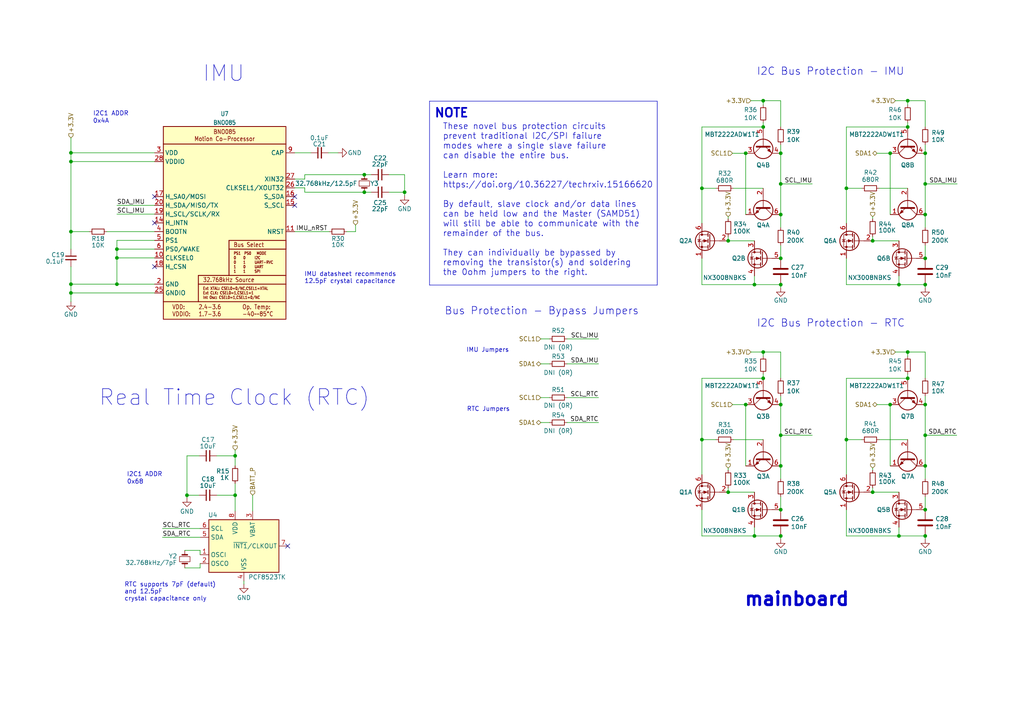
<source format=kicad_sch>
(kicad_sch (version 20230121) (generator eeschema)

  (uuid da997e75-5369-4d5b-b66b-ce65389122cc)

  (paper "A4")

  (title_block
    (title "PyCubed Mini")
    (date "2024-02-20")
    (rev "C1/01")
    (company "RExLab Carnegie Mellon University")
    (comment 1 "Z.Manchester")
    (comment 2 "N.Khera")
    (comment 3 "M.Holliday")
  )

  (lib_symbols
    (symbol "Device:C" (pin_numbers hide) (pin_names (offset 0.254)) (in_bom yes) (on_board yes)
      (property "Reference" "C" (at 0.635 2.54 0)
        (effects (font (size 1.27 1.27)) (justify left))
      )
      (property "Value" "C" (at 0.635 -2.54 0)
        (effects (font (size 1.27 1.27)) (justify left))
      )
      (property "Footprint" "" (at 0.9652 -3.81 0)
        (effects (font (size 1.27 1.27)) hide)
      )
      (property "Datasheet" "~" (at 0 0 0)
        (effects (font (size 1.27 1.27)) hide)
      )
      (property "ki_keywords" "cap capacitor" (at 0 0 0)
        (effects (font (size 1.27 1.27)) hide)
      )
      (property "ki_description" "Unpolarized capacitor" (at 0 0 0)
        (effects (font (size 1.27 1.27)) hide)
      )
      (property "ki_fp_filters" "C_*" (at 0 0 0)
        (effects (font (size 1.27 1.27)) hide)
      )
      (symbol "C_0_1"
        (polyline
          (pts
            (xy -2.032 -0.762)
            (xy 2.032 -0.762)
          )
          (stroke (width 0.508) (type default))
          (fill (type none))
        )
        (polyline
          (pts
            (xy -2.032 0.762)
            (xy 2.032 0.762)
          )
          (stroke (width 0.508) (type default))
          (fill (type none))
        )
      )
      (symbol "C_1_1"
        (pin passive line (at 0 3.81 270) (length 2.794)
          (name "~" (effects (font (size 1.27 1.27))))
          (number "1" (effects (font (size 1.27 1.27))))
        )
        (pin passive line (at 0 -3.81 90) (length 2.794)
          (name "~" (effects (font (size 1.27 1.27))))
          (number "2" (effects (font (size 1.27 1.27))))
        )
      )
    )
    (symbol "Device:C_Small" (pin_numbers hide) (pin_names (offset 0.254) hide) (in_bom yes) (on_board yes)
      (property "Reference" "C" (at 0.254 1.778 0)
        (effects (font (size 1.27 1.27)) (justify left))
      )
      (property "Value" "C_Small" (at 0.254 -2.032 0)
        (effects (font (size 1.27 1.27)) (justify left))
      )
      (property "Footprint" "" (at 0 0 0)
        (effects (font (size 1.27 1.27)) hide)
      )
      (property "Datasheet" "~" (at 0 0 0)
        (effects (font (size 1.27 1.27)) hide)
      )
      (property "ki_keywords" "capacitor cap" (at 0 0 0)
        (effects (font (size 1.27 1.27)) hide)
      )
      (property "ki_description" "Unpolarized capacitor, small symbol" (at 0 0 0)
        (effects (font (size 1.27 1.27)) hide)
      )
      (property "ki_fp_filters" "C_*" (at 0 0 0)
        (effects (font (size 1.27 1.27)) hide)
      )
      (symbol "C_Small_0_1"
        (polyline
          (pts
            (xy -1.524 -0.508)
            (xy 1.524 -0.508)
          )
          (stroke (width 0.3302) (type default))
          (fill (type none))
        )
        (polyline
          (pts
            (xy -1.524 0.508)
            (xy 1.524 0.508)
          )
          (stroke (width 0.3048) (type default))
          (fill (type none))
        )
      )
      (symbol "C_Small_1_1"
        (pin passive line (at 0 2.54 270) (length 2.032)
          (name "~" (effects (font (size 1.27 1.27))))
          (number "1" (effects (font (size 1.27 1.27))))
        )
        (pin passive line (at 0 -2.54 90) (length 2.032)
          (name "~" (effects (font (size 1.27 1.27))))
          (number "2" (effects (font (size 1.27 1.27))))
        )
      )
    )
    (symbol "Device:Crystal_Small" (pin_numbers hide) (pin_names (offset 1.016) hide) (in_bom yes) (on_board yes)
      (property "Reference" "Y" (at 0 2.54 0)
        (effects (font (size 1.27 1.27)))
      )
      (property "Value" "Crystal_Small" (at 0 -2.54 0)
        (effects (font (size 1.27 1.27)))
      )
      (property "Footprint" "" (at 0 0 0)
        (effects (font (size 1.27 1.27)) hide)
      )
      (property "Datasheet" "~" (at 0 0 0)
        (effects (font (size 1.27 1.27)) hide)
      )
      (property "ki_keywords" "quartz ceramic resonator oscillator" (at 0 0 0)
        (effects (font (size 1.27 1.27)) hide)
      )
      (property "ki_description" "Two pin crystal, small symbol" (at 0 0 0)
        (effects (font (size 1.27 1.27)) hide)
      )
      (property "ki_fp_filters" "Crystal*" (at 0 0 0)
        (effects (font (size 1.27 1.27)) hide)
      )
      (symbol "Crystal_Small_0_1"
        (rectangle (start -0.762 -1.524) (end 0.762 1.524)
          (stroke (width 0) (type default))
          (fill (type none))
        )
        (polyline
          (pts
            (xy -1.27 -0.762)
            (xy -1.27 0.762)
          )
          (stroke (width 0.381) (type default))
          (fill (type none))
        )
        (polyline
          (pts
            (xy 1.27 -0.762)
            (xy 1.27 0.762)
          )
          (stroke (width 0.381) (type default))
          (fill (type none))
        )
      )
      (symbol "Crystal_Small_1_1"
        (pin passive line (at -2.54 0 0) (length 1.27)
          (name "1" (effects (font (size 1.27 1.27))))
          (number "1" (effects (font (size 1.27 1.27))))
        )
        (pin passive line (at 2.54 0 180) (length 1.27)
          (name "2" (effects (font (size 1.27 1.27))))
          (number "2" (effects (font (size 1.27 1.27))))
        )
      )
    )
    (symbol "Device:R_Small" (pin_numbers hide) (pin_names (offset 0.254) hide) (in_bom yes) (on_board yes)
      (property "Reference" "R" (at 0.762 0.508 0)
        (effects (font (size 1.27 1.27)) (justify left))
      )
      (property "Value" "R_Small" (at 0.762 -1.016 0)
        (effects (font (size 1.27 1.27)) (justify left))
      )
      (property "Footprint" "" (at 0 0 0)
        (effects (font (size 1.27 1.27)) hide)
      )
      (property "Datasheet" "~" (at 0 0 0)
        (effects (font (size 1.27 1.27)) hide)
      )
      (property "ki_keywords" "R resistor" (at 0 0 0)
        (effects (font (size 1.27 1.27)) hide)
      )
      (property "ki_description" "Resistor, small symbol" (at 0 0 0)
        (effects (font (size 1.27 1.27)) hide)
      )
      (property "ki_fp_filters" "R_*" (at 0 0 0)
        (effects (font (size 1.27 1.27)) hide)
      )
      (symbol "R_Small_0_1"
        (rectangle (start -0.762 1.778) (end 0.762 -1.778)
          (stroke (width 0.2032) (type default))
          (fill (type none))
        )
      )
      (symbol "R_Small_1_1"
        (pin passive line (at 0 2.54 270) (length 0.762)
          (name "~" (effects (font (size 1.27 1.27))))
          (number "1" (effects (font (size 1.27 1.27))))
        )
        (pin passive line (at 0 -2.54 90) (length 0.762)
          (name "~" (effects (font (size 1.27 1.27))))
          (number "2" (effects (font (size 1.27 1.27))))
        )
      )
    )
    (symbol "Timer_RTC:PCF8523TK" (in_bom yes) (on_board yes)
      (property "Reference" "U" (at -10.16 8.89 0)
        (effects (font (size 1.27 1.27)) (justify left))
      )
      (property "Value" "PCF8523TK" (at 3.81 8.89 0)
        (effects (font (size 1.27 1.27)) (justify left))
      )
      (property "Footprint" "Package_SON:HVSON-8-1EP_4x4mm_P0.8mm_EP2.2x3.1mm" (at 20.32 -8.89 0)
        (effects (font (size 1.27 1.27)) hide)
      )
      (property "Datasheet" "https://www.nxp.com/docs/en/data-sheet/PCF8523.pdf" (at 0 0 0)
        (effects (font (size 1.27 1.27)) hide)
      )
      (property "ki_keywords" "I2C RTC Clock Calendar" (at 0 0 0)
        (effects (font (size 1.27 1.27)) hide)
      )
      (property "ki_description" "Realtime Clock/Calendar I2C Interface, HVSON-8" (at 0 0 0)
        (effects (font (size 1.27 1.27)) hide)
      )
      (property "ki_fp_filters" "HVSON*1EP*4x4mm*P0.8mm*" (at 0 0 0)
        (effects (font (size 1.27 1.27)) hide)
      )
      (symbol "PCF8523TK_0_1"
        (rectangle (start -10.16 7.62) (end 10.16 -7.62)
          (stroke (width 0.254) (type default))
          (fill (type background))
        )
      )
      (symbol "PCF8523TK_1_1"
        (pin input line (at -12.7 -2.54 0) (length 2.54)
          (name "OSCI" (effects (font (size 1.27 1.27))))
          (number "1" (effects (font (size 1.27 1.27))))
        )
        (pin output line (at -12.7 -5.08 0) (length 2.54)
          (name "OSCO" (effects (font (size 1.27 1.27))))
          (number "2" (effects (font (size 1.27 1.27))))
        )
        (pin power_in line (at 2.54 10.16 270) (length 2.54)
          (name "VBAT" (effects (font (size 1.27 1.27))))
          (number "3" (effects (font (size 1.27 1.27))))
        )
        (pin power_in line (at 0 -10.16 90) (length 2.54)
          (name "VSS" (effects (font (size 1.27 1.27))))
          (number "4" (effects (font (size 1.27 1.27))))
        )
        (pin bidirectional line (at -12.7 2.54 0) (length 2.54)
          (name "SDA" (effects (font (size 1.27 1.27))))
          (number "5" (effects (font (size 1.27 1.27))))
        )
        (pin input line (at -12.7 5.08 0) (length 2.54)
          (name "SCL" (effects (font (size 1.27 1.27))))
          (number "6" (effects (font (size 1.27 1.27))))
        )
        (pin open_collector line (at 12.7 0 180) (length 2.54)
          (name "~{INT1}/CLKOUT" (effects (font (size 1.27 1.27))))
          (number "7" (effects (font (size 1.27 1.27))))
        )
        (pin power_in line (at -2.54 10.16 270) (length 2.54)
          (name "VDD" (effects (font (size 1.27 1.27))))
          (number "8" (effects (font (size 1.27 1.27))))
        )
        (pin passive line (at 0 -10.16 90) (length 2.54) hide
          (name "VSS" (effects (font (size 1.27 1.27))))
          (number "9" (effects (font (size 1.27 1.27))))
        )
      )
    )
    (symbol "Transistor_BJT:MBT2222ADW1T1" (pin_names (offset 0) hide) (in_bom yes) (on_board yes)
      (property "Reference" "Q" (at 5.08 1.27 0)
        (effects (font (size 1.27 1.27)) (justify left))
      )
      (property "Value" "MBT2222ADW1T1" (at 5.08 -1.27 0)
        (effects (font (size 1.27 1.27)) (justify left))
      )
      (property "Footprint" "Package_TO_SOT_SMD:SOT-363_SC-70-6" (at 5.08 2.54 0)
        (effects (font (size 1.27 1.27)) hide)
      )
      (property "Datasheet" "http://www.onsemi.com/pub_link/Collateral/MBT2222ADW1T1-D.PDF" (at 0 0 0)
        (effects (font (size 1.27 1.27)) hide)
      )
      (property "ki_locked" "" (at 0 0 0)
        (effects (font (size 1.27 1.27)))
      )
      (property "ki_keywords" "NPN/NPN Transistor" (at 0 0 0)
        (effects (font (size 1.27 1.27)) hide)
      )
      (property "ki_description" "600mA IC, 40V Vce, Dual NPN/NPN Transistors, SOT-363" (at 0 0 0)
        (effects (font (size 1.27 1.27)) hide)
      )
      (property "ki_fp_filters" "SOT?363*" (at 0 0 0)
        (effects (font (size 1.27 1.27)) hide)
      )
      (symbol "MBT2222ADW1T1_0_1"
        (polyline
          (pts
            (xy 0.635 0)
            (xy -2.54 0)
          )
          (stroke (width 0) (type default))
          (fill (type none))
        )
        (polyline
          (pts
            (xy 0.635 0.635)
            (xy 2.54 2.54)
          )
          (stroke (width 0) (type default))
          (fill (type none))
        )
        (polyline
          (pts
            (xy 0.635 -0.635)
            (xy 2.54 -2.54)
            (xy 2.54 -2.54)
          )
          (stroke (width 0) (type default))
          (fill (type none))
        )
        (polyline
          (pts
            (xy 0.635 1.905)
            (xy 0.635 -1.905)
            (xy 0.635 -1.905)
          )
          (stroke (width 0.508) (type default))
          (fill (type none))
        )
        (polyline
          (pts
            (xy 1.27 -1.778)
            (xy 1.778 -1.27)
            (xy 2.286 -2.286)
            (xy 1.27 -1.778)
            (xy 1.27 -1.778)
          )
          (stroke (width 0) (type default))
          (fill (type outline))
        )
        (circle (center 1.27 0) (radius 2.8194)
          (stroke (width 0.254) (type default))
          (fill (type none))
        )
      )
      (symbol "MBT2222ADW1T1_1_1"
        (pin passive line (at 2.54 -5.08 90) (length 2.54)
          (name "E1" (effects (font (size 1.27 1.27))))
          (number "1" (effects (font (size 1.27 1.27))))
        )
        (pin input line (at -5.08 0 0) (length 2.54)
          (name "B1" (effects (font (size 1.27 1.27))))
          (number "2" (effects (font (size 1.27 1.27))))
        )
        (pin passive line (at 2.54 5.08 270) (length 2.54)
          (name "C1" (effects (font (size 1.27 1.27))))
          (number "6" (effects (font (size 1.27 1.27))))
        )
      )
      (symbol "MBT2222ADW1T1_2_1"
        (pin passive line (at 2.54 5.08 270) (length 2.54)
          (name "C2" (effects (font (size 1.27 1.27))))
          (number "3" (effects (font (size 1.27 1.27))))
        )
        (pin passive line (at 2.54 -5.08 90) (length 2.54)
          (name "E2" (effects (font (size 1.27 1.27))))
          (number "4" (effects (font (size 1.27 1.27))))
        )
        (pin input line (at -5.08 0 0) (length 2.54)
          (name "B2" (effects (font (size 1.27 1.27))))
          (number "5" (effects (font (size 1.27 1.27))))
        )
      )
    )
    (symbol "mainboard:BNO085" (in_bom yes) (on_board yes)
      (property "Reference" "U" (at -17.78 29.21 0)
        (effects (font (size 1.27 1.0795)) (justify left bottom))
      )
      (property "Value" "BNO085" (at -17.78 -30.48 0)
        (effects (font (size 1.27 1.0795)) (justify left bottom))
      )
      (property "Footprint" "mainboard:BNO085" (at 0 0 0)
        (effects (font (size 1.27 1.27)) hide)
      )
      (property "Datasheet" "" (at 0 0 0)
        (effects (font (size 1.27 1.27)) hide)
      )
      (symbol "BNO085_1_0"
        (rectangle (start -17.78 27.94) (end 17.78 -27.94)
          (stroke (width 0.254) (type default))
          (fill (type background))
        )
        (polyline
          (pts
            (xy -17.78 22.86)
            (xy 17.78 22.86)
          )
          (stroke (width 0.254) (type solid))
          (fill (type none))
        )
        (polyline
          (pts
            (xy -7.62 -22.86)
            (xy -17.78 -22.86)
          )
          (stroke (width 0.254) (type solid))
          (fill (type none))
        )
        (polyline
          (pts
            (xy -7.62 -22.86)
            (xy -7.62 -17.78)
          )
          (stroke (width 0.254) (type solid))
          (fill (type none))
        )
        (polyline
          (pts
            (xy -7.62 -17.78)
            (xy -7.62 -15.24)
          )
          (stroke (width 0.254) (type solid))
          (fill (type none))
        )
        (polyline
          (pts
            (xy -7.62 -17.78)
            (xy 17.78 -17.78)
          )
          (stroke (width 0.254) (type solid))
          (fill (type none))
        )
        (polyline
          (pts
            (xy -7.62 -15.24)
            (xy 1.27 -15.24)
          )
          (stroke (width 0.254) (type solid))
          (fill (type none))
        )
        (polyline
          (pts
            (xy 1.27 -15.24)
            (xy 17.78 -15.24)
          )
          (stroke (width 0.254) (type solid))
          (fill (type none))
        )
        (polyline
          (pts
            (xy 1.27 -7.62)
            (xy 1.27 -15.24)
          )
          (stroke (width 0.254) (type solid))
          (fill (type none))
        )
        (polyline
          (pts
            (xy 1.27 -7.62)
            (xy 17.78 -7.62)
          )
          (stroke (width 0.254) (type solid))
          (fill (type none))
        )
        (polyline
          (pts
            (xy 1.27 -5.08)
            (xy 1.27 -7.62)
          )
          (stroke (width 0.254) (type solid))
          (fill (type none))
        )
        (polyline
          (pts
            (xy 17.78 -22.86)
            (xy -7.62 -22.86)
          )
          (stroke (width 0.254) (type solid))
          (fill (type none))
        )
        (polyline
          (pts
            (xy 17.78 -5.08)
            (xy 1.27 -5.08)
          )
          (stroke (width 0.254) (type solid))
          (fill (type none))
        )
        (polyline
          (pts
            (xy 17.78 -5.08)
            (xy 17.78 -7.62)
          )
          (stroke (width 0.254) (type solid))
          (fill (type none))
        )
        (text "2.4-3.6\n1.7-3.6" (at -7.62 -25.4 0)
          (effects (font (size 1.27 1.0795)) (justify left))
        )
        (text "32.768kHz Source" (at -6.35 -16.51 0)
          (effects (font (size 1.27 1.0795)) (justify left))
        )
        (text "BNO085\nMotion Co-Processor" (at 0 25.4 0)
          (effects (font (size 1.27 1.0795)))
        )
        (text "Bus Select" (at 2.54 -6.35 0)
          (effects (font (size 1.27 1.0795)) (justify left))
        )
        (text "Ext XTAL: CSEL0=0/NC,CSEL1=XTAL\nExt CLK: CSEL0=1,CSEL1=1\nInt Osc: CSEL0=1,CSEL1=0/NC" (at -6.35 -20.32 0)
          (effects (font (size 0.8128 0.6908)) (justify left))
        )
        (text "Op. Temp:\n-40~~85°C" (at 5.08 -25.4 0)
          (effects (font (size 1.27 1.0795)) (justify left))
        )
        (text "PS1  PS0   MODE\n0    0     I2C\n0    1     UART-RVC\n1    0     UART\n1    1     SPI" (at 2.54 -11.43 0)
          (effects (font (size 0.8128 0.6908)) (justify left))
        )
        (text "VDD:\nVDDIO:" (at -15.24 -25.4 0)
          (effects (font (size 1.27 1.0795)) (justify left))
        )
        (pin no_connect line (at 20.32 -20.32 180) (length 2.54) hide
          (name "NC" (effects (font (size 1.27 1.27))))
          (number "1" (effects (font (size 1.27 1.27))))
        )
        (pin input line (at -20.32 -10.16 0) (length 2.54)
          (name "CLKSEL0" (effects (font (size 1.27 1.27))))
          (number "10" (effects (font (size 1.27 1.27))))
        )
        (pin input line (at 20.32 -2.54 180) (length 2.54)
          (name "NRST" (effects (font (size 1.27 1.27))))
          (number "11" (effects (font (size 1.27 1.27))))
        )
        (pin no_connect line (at 20.32 -20.32 180) (length 2.54) hide
          (name "NC" (effects (font (size 1.27 1.27))))
          (number "12" (effects (font (size 1.27 1.27))))
        )
        (pin no_connect line (at 20.32 -20.32 180) (length 2.54) hide
          (name "NC" (effects (font (size 1.27 1.27))))
          (number "13" (effects (font (size 1.27 1.27))))
        )
        (pin output line (at -20.32 0 0) (length 2.54)
          (name "H_INTN" (effects (font (size 1.27 1.27))))
          (number "14" (effects (font (size 1.27 1.27))))
        )
        (pin bidirectional line (at 20.32 5.08 180) (length 2.54)
          (name "S_SCL" (effects (font (size 1.27 1.27))))
          (number "15" (effects (font (size 1.27 1.27))))
        )
        (pin bidirectional line (at 20.32 7.62 180) (length 2.54)
          (name "S_SDA" (effects (font (size 1.27 1.27))))
          (number "16" (effects (font (size 1.27 1.27))))
        )
        (pin output line (at -20.32 7.62 0) (length 2.54)
          (name "H_SA0/MOSI" (effects (font (size 1.27 1.27))))
          (number "17" (effects (font (size 1.27 1.27))))
        )
        (pin input line (at -20.32 -12.7 0) (length 2.54)
          (name "H_CSN" (effects (font (size 1.27 1.27))))
          (number "18" (effects (font (size 1.27 1.27))))
        )
        (pin bidirectional line (at -20.32 2.54 0) (length 2.54)
          (name "H_SCL/SCLK/RX" (effects (font (size 1.27 1.27))))
          (number "19" (effects (font (size 1.27 1.27))))
        )
        (pin power_in line (at -20.32 -17.78 0) (length 2.54)
          (name "GND" (effects (font (size 1.27 1.27))))
          (number "2" (effects (font (size 1.27 1.27))))
        )
        (pin bidirectional line (at -20.32 5.08 0) (length 2.54)
          (name "H_SDA/MISO/TX" (effects (font (size 1.27 1.27))))
          (number "20" (effects (font (size 1.27 1.27))))
        )
        (pin no_connect line (at 20.32 -20.32 180) (length 2.54) hide
          (name "NC" (effects (font (size 1.27 1.27))))
          (number "21" (effects (font (size 1.27 1.27))))
        )
        (pin no_connect line (at 20.32 -20.32 180) (length 2.54) hide
          (name "NC" (effects (font (size 1.27 1.27))))
          (number "22" (effects (font (size 1.27 1.27))))
        )
        (pin no_connect line (at 20.32 -20.32 180) (length 2.54) hide
          (name "NC" (effects (font (size 1.27 1.27))))
          (number "23" (effects (font (size 1.27 1.27))))
        )
        (pin no_connect line (at 20.32 -20.32 180) (length 2.54) hide
          (name "NC" (effects (font (size 1.27 1.27))))
          (number "24" (effects (font (size 1.27 1.27))))
        )
        (pin power_in line (at -20.32 -20.32 0) (length 2.54)
          (name "GNDIO" (effects (font (size 1.27 1.27))))
          (number "25" (effects (font (size 1.27 1.27))))
        )
        (pin output line (at 20.32 10.16 180) (length 2.54)
          (name "CLKSEL1/XOUT32" (effects (font (size 1.27 1.27))))
          (number "26" (effects (font (size 1.27 1.27))))
        )
        (pin input line (at 20.32 12.7 180) (length 2.54)
          (name "XIN32" (effects (font (size 1.27 1.27))))
          (number "27" (effects (font (size 1.27 1.27))))
        )
        (pin power_in line (at -20.32 17.78 0) (length 2.54)
          (name "VDDIO" (effects (font (size 1.27 1.27))))
          (number "28" (effects (font (size 1.27 1.27))))
        )
        (pin power_in line (at -20.32 20.32 0) (length 2.54)
          (name "VDD" (effects (font (size 1.27 1.27))))
          (number "3" (effects (font (size 1.27 1.27))))
        )
        (pin input line (at -20.32 -2.54 0) (length 2.54)
          (name "BOOTN" (effects (font (size 1.27 1.27))))
          (number "4" (effects (font (size 1.27 1.27))))
        )
        (pin input line (at -20.32 -5.08 0) (length 2.54)
          (name "PS1" (effects (font (size 1.27 1.27))))
          (number "5" (effects (font (size 1.27 1.27))))
        )
        (pin input line (at -20.32 -7.62 0) (length 2.54)
          (name "PS0/WAKE" (effects (font (size 1.27 1.27))))
          (number "6" (effects (font (size 1.27 1.27))))
        )
        (pin no_connect line (at 20.32 -20.32 180) (length 2.54) hide
          (name "NC" (effects (font (size 1.27 1.27))))
          (number "7" (effects (font (size 1.27 1.27))))
        )
        (pin no_connect line (at 20.32 -20.32 180) (length 2.54) hide
          (name "NC" (effects (font (size 1.27 1.27))))
          (number "8" (effects (font (size 1.27 1.27))))
        )
        (pin passive line (at 20.32 20.32 180) (length 2.54)
          (name "CAP" (effects (font (size 1.27 1.27))))
          (number "9" (effects (font (size 1.27 1.27))))
        )
      )
    )
    (symbol "mainboard:NX3008NBKS" (pin_names (offset 0.762) hide) (in_bom yes) (on_board yes)
      (property "Reference" "Q" (at 5.08 1.27 0)
        (effects (font (size 1.27 1.27)) (justify left))
      )
      (property "Value" "NX3008NBKS" (at 5.08 -1.27 0)
        (effects (font (size 1.27 1.27)) (justify left))
      )
      (property "Footprint" "Package_TO_SOT_SMD:SOT-363_SC-70-6" (at -13.97 -13.97 0)
        (effects (font (size 1.27 1.27)) (justify left) hide)
      )
      (property "Datasheet" "https://assets.nexperia.com/documents/data-sheet/NX3008NBKS.pdf" (at -13.97 -16.51 0)
        (effects (font (size 1.27 1.27)) (justify left) hide)
      )
      (property "Description" "Dual N-Channel MOSFET - 2NMOS" (at -13.97 -19.05 0)
        (effects (font (size 1.27 1.27)) (justify left) hide)
      )
      (property "Manufacturer_Name" "Nexperia USA Inc." (at -13.97 -21.59 0)
        (effects (font (size 1.27 1.27)) (justify left) hide)
      )
      (property "Manufacturer_Part_Number" "NX3008NBKS" (at -13.97 -24.13 0)
        (effects (font (size 1.27 1.27)) (justify left) hide)
      )
      (property "ki_locked" "" (at 0 0 0)
        (effects (font (size 1.27 1.27)))
      )
      (symbol "NX3008NBKS_1_1"
        (polyline
          (pts
            (xy -1.016 0)
            (xy -3.81 0)
          )
          (stroke (width 0) (type default))
          (fill (type none))
        )
        (polyline
          (pts
            (xy -1.016 1.905)
            (xy -1.016 -1.905)
          )
          (stroke (width 0.254) (type default))
          (fill (type none))
        )
        (polyline
          (pts
            (xy -0.508 -1.27)
            (xy -0.508 -2.286)
          )
          (stroke (width 0.254) (type default))
          (fill (type none))
        )
        (polyline
          (pts
            (xy -0.508 0.508)
            (xy -0.508 -0.508)
          )
          (stroke (width 0.254) (type default))
          (fill (type none))
        )
        (polyline
          (pts
            (xy -0.508 2.286)
            (xy -0.508 1.27)
          )
          (stroke (width 0.254) (type default))
          (fill (type none))
        )
        (polyline
          (pts
            (xy 1.27 2.54)
            (xy 1.27 1.778)
          )
          (stroke (width 0) (type default))
          (fill (type none))
        )
        (polyline
          (pts
            (xy 1.27 -2.54)
            (xy 1.27 0)
            (xy -0.508 0)
          )
          (stroke (width 0) (type default))
          (fill (type none))
        )
        (polyline
          (pts
            (xy -0.508 -1.778)
            (xy 2.032 -1.778)
            (xy 2.032 1.778)
            (xy -0.508 1.778)
          )
          (stroke (width 0) (type default))
          (fill (type none))
        )
        (polyline
          (pts
            (xy -0.254 0)
            (xy 0.762 0.381)
            (xy 0.762 -0.381)
            (xy -0.254 0)
          )
          (stroke (width 0) (type default))
          (fill (type outline))
        )
        (polyline
          (pts
            (xy 1.524 0.508)
            (xy 1.651 0.381)
            (xy 2.413 0.381)
            (xy 2.54 0.254)
          )
          (stroke (width 0) (type default))
          (fill (type none))
        )
        (polyline
          (pts
            (xy 2.032 0.381)
            (xy 1.651 -0.254)
            (xy 2.413 -0.254)
            (xy 2.032 0.381)
          )
          (stroke (width 0) (type default))
          (fill (type none))
        )
        (circle (center 0.381 0) (radius 2.794)
          (stroke (width 0.254) (type default))
          (fill (type none))
        )
        (circle (center 1.27 -1.778) (radius 0.254)
          (stroke (width 0) (type default))
          (fill (type outline))
        )
        (circle (center 1.27 1.778) (radius 0.254)
          (stroke (width 0) (type default))
          (fill (type outline))
        )
        (pin passive line (at 1.27 -5.08 90) (length 2.54)
          (name "S2" (effects (font (size 1.27 1.27))))
          (number "1" (effects (font (size 1.27 1.27))))
        )
        (pin input line (at -6.35 0 0) (length 2.54)
          (name "G2" (effects (font (size 1.27 1.27))))
          (number "2" (effects (font (size 1.27 1.27))))
        )
        (pin passive line (at 1.27 5.08 270) (length 2.54)
          (name "D1" (effects (font (size 1.27 1.27))))
          (number "6" (effects (font (size 1.27 1.27))))
        )
      )
      (symbol "NX3008NBKS_2_1"
        (polyline
          (pts
            (xy -1.016 0)
            (xy -3.81 0)
          )
          (stroke (width 0) (type default))
          (fill (type none))
        )
        (polyline
          (pts
            (xy -1.016 1.905)
            (xy -1.016 -1.905)
          )
          (stroke (width 0.254) (type default))
          (fill (type none))
        )
        (polyline
          (pts
            (xy -0.508 -1.27)
            (xy -0.508 -2.286)
          )
          (stroke (width 0.254) (type default))
          (fill (type none))
        )
        (polyline
          (pts
            (xy -0.508 0.508)
            (xy -0.508 -0.508)
          )
          (stroke (width 0.254) (type default))
          (fill (type none))
        )
        (polyline
          (pts
            (xy -0.508 2.286)
            (xy -0.508 1.27)
          )
          (stroke (width 0.254) (type default))
          (fill (type none))
        )
        (polyline
          (pts
            (xy 1.27 2.54)
            (xy 1.27 1.778)
          )
          (stroke (width 0) (type default))
          (fill (type none))
        )
        (polyline
          (pts
            (xy 1.27 -2.54)
            (xy 1.27 0)
            (xy -0.508 0)
          )
          (stroke (width 0) (type default))
          (fill (type none))
        )
        (polyline
          (pts
            (xy -0.508 -1.778)
            (xy 2.032 -1.778)
            (xy 2.032 1.778)
            (xy -0.508 1.778)
          )
          (stroke (width 0) (type default))
          (fill (type none))
        )
        (polyline
          (pts
            (xy -0.254 0)
            (xy 0.762 0.381)
            (xy 0.762 -0.381)
            (xy -0.254 0)
          )
          (stroke (width 0) (type default))
          (fill (type outline))
        )
        (polyline
          (pts
            (xy 1.524 0.508)
            (xy 1.651 0.381)
            (xy 2.413 0.381)
            (xy 2.54 0.254)
          )
          (stroke (width 0) (type default))
          (fill (type none))
        )
        (polyline
          (pts
            (xy 2.032 0.381)
            (xy 1.651 -0.254)
            (xy 2.413 -0.254)
            (xy 2.032 0.381)
          )
          (stroke (width 0) (type default))
          (fill (type none))
        )
        (circle (center 0.381 0) (radius 2.794)
          (stroke (width 0.254) (type default))
          (fill (type none))
        )
        (circle (center 1.27 -1.778) (radius 0.254)
          (stroke (width 0) (type default))
          (fill (type outline))
        )
        (circle (center 1.27 1.778) (radius 0.254)
          (stroke (width 0) (type default))
          (fill (type outline))
        )
        (pin passive line (at 1.27 5.08 270) (length 2.54)
          (name "D2" (effects (font (size 1.27 1.27))))
          (number "3" (effects (font (size 1.27 1.27))))
        )
        (pin passive line (at 1.27 -5.08 90) (length 2.54)
          (name "S1" (effects (font (size 1.27 1.27))))
          (number "4" (effects (font (size 1.27 1.27))))
        )
        (pin input line (at -6.35 0 0) (length 2.54)
          (name "G1" (effects (font (size 1.27 1.27))))
          (number "5" (effects (font (size 1.27 1.27))))
        )
      )
    )
    (symbol "power:GND" (power) (pin_names (offset 0)) (in_bom yes) (on_board yes)
      (property "Reference" "#PWR" (at 0 -6.35 0)
        (effects (font (size 1.27 1.27)) hide)
      )
      (property "Value" "GND" (at 0 -3.81 0)
        (effects (font (size 1.27 1.27)))
      )
      (property "Footprint" "" (at 0 0 0)
        (effects (font (size 1.27 1.27)) hide)
      )
      (property "Datasheet" "" (at 0 0 0)
        (effects (font (size 1.27 1.27)) hide)
      )
      (property "ki_keywords" "global power" (at 0 0 0)
        (effects (font (size 1.27 1.27)) hide)
      )
      (property "ki_description" "Power symbol creates a global label with name \"GND\" , ground" (at 0 0 0)
        (effects (font (size 1.27 1.27)) hide)
      )
      (symbol "GND_0_1"
        (polyline
          (pts
            (xy 0 0)
            (xy 0 -1.27)
            (xy 1.27 -1.27)
            (xy 0 -2.54)
            (xy -1.27 -1.27)
            (xy 0 -1.27)
          )
          (stroke (width 0) (type default))
          (fill (type none))
        )
      )
      (symbol "GND_1_1"
        (pin power_in line (at 0 0 270) (length 0) hide
          (name "GND" (effects (font (size 1.27 1.27))))
          (number "1" (effects (font (size 1.27 1.27))))
        )
      )
    )
  )

  (junction (at 117.348 55.753) (diameter 0) (color 0 0 0 0)
    (uuid 08f9c4aa-e0bc-4e67-a328-39446704b8d4)
  )
  (junction (at 20.574 46.863) (diameter 0) (color 0 0 0 0)
    (uuid 167cd64b-002e-4106-8571-f249a167ef8e)
  )
  (junction (at 268.351 74.93) (diameter 0) (color 0 0 0 0)
    (uuid 2243660e-9c75-434b-a929-03e49d66830a)
  )
  (junction (at 260.731 155.448) (diameter 0) (color 0 0 0 0)
    (uuid 27e2620a-c5bd-49f7-8491-4f2c45a08581)
  )
  (junction (at 268.351 126.238) (diameter 0) (color 0 0 0 0)
    (uuid 2938570f-94b1-4d68-9aab-db2ff9d0b351)
  )
  (junction (at 218.821 82.55) (diameter 0) (color 0 0 0 0)
    (uuid 2c909101-9c31-4db0-904d-3de984c3d084)
  )
  (junction (at 221.361 36.83) (diameter 0) (color 0 0 0 0)
    (uuid 2ffcde69-95be-4ea7-9317-c5488e152107)
  )
  (junction (at 226.441 147.828) (diameter 0) (color 0 0 0 0)
    (uuid 313bf72f-2fac-43a3-ac4e-c00824a1e61d)
  )
  (junction (at 211.201 142.748) (diameter 0) (color 0 0 0 0)
    (uuid 342ac38c-2237-4a0e-92b9-b36e18bea092)
  )
  (junction (at 221.361 102.108) (diameter 0) (color 0 0 0 0)
    (uuid 4823d74c-9fdf-4a5b-8090-1ea393830582)
  )
  (junction (at 226.441 62.23) (diameter 0) (color 0 0 0 0)
    (uuid 50be130c-0a6c-4f91-aee5-8ee2973a6718)
  )
  (junction (at 268.351 135.128) (diameter 0) (color 0 0 0 0)
    (uuid 52dc629f-edf4-435d-98c2-1c58ea673886)
  )
  (junction (at 268.351 82.55) (diameter 0) (color 0 0 0 0)
    (uuid 551b4735-3262-4429-927c-6356f09e5501)
  )
  (junction (at 20.574 82.423) (diameter 0) (color 0 0 0 0)
    (uuid 57f90d36-e80e-47ca-8914-7bd5a558c85a)
  )
  (junction (at 105.664 50.673) (diameter 0) (color 0 0 0 0)
    (uuid 5b2fd4b1-f511-4f11-b27d-16f76275e84e)
  )
  (junction (at 68.199 132.207) (diameter 0) (color 0 0 0 0)
    (uuid 5e9d2b6f-3bd5-4787-9dd6-11777bd69e55)
  )
  (junction (at 226.441 126.238) (diameter 0) (color 0 0 0 0)
    (uuid 6473a59c-f865-4d4d-aa35-e5dd0f21ab5e)
  )
  (junction (at 268.351 44.45) (diameter 0) (color 0 0 0 0)
    (uuid 6d246f43-427c-4b41-9eee-054503e9a248)
  )
  (junction (at 105.664 55.753) (diameter 0) (color 0 0 0 0)
    (uuid 7353a430-85a9-46ac-808d-f392f10c59dd)
  )
  (junction (at 245.491 54.61) (diameter 0) (color 0 0 0 0)
    (uuid 7416718d-be07-434f-818d-2635fd5a8620)
  )
  (junction (at 245.491 127.508) (diameter 0) (color 0 0 0 0)
    (uuid 75d0f03d-61b5-4c7d-bb82-8ee3e87d64e0)
  )
  (junction (at 203.581 54.61) (diameter 0) (color 0 0 0 0)
    (uuid 7b0db2ac-c244-44bc-aa27-747bcf1ae542)
  )
  (junction (at 268.351 155.448) (diameter 0) (color 0 0 0 0)
    (uuid 7f36d59d-5afc-4964-8b25-b314ea78f1c3)
  )
  (junction (at 211.201 69.85) (diameter 0) (color 0 0 0 0)
    (uuid 86b3fe6b-d332-44c3-875c-f5f19e0f22ba)
  )
  (junction (at 253.111 142.748) (diameter 0) (color 0 0 0 0)
    (uuid 87335a10-6598-443e-bb5c-f805baa51ecb)
  )
  (junction (at 258.191 44.45) (diameter 0) (color 0 0 0 0)
    (uuid 8fa2dfce-b5d3-426f-8d4c-b3754facacd9)
  )
  (junction (at 226.441 44.45) (diameter 0) (color 0 0 0 0)
    (uuid 90279b05-31ba-4cb9-b097-7117178d2538)
  )
  (junction (at 221.361 29.21) (diameter 0) (color 0 0 0 0)
    (uuid 95e27d69-6795-419c-ba00-2777b10367af)
  )
  (junction (at 268.351 62.23) (diameter 0) (color 0 0 0 0)
    (uuid 97588efb-6880-4e3f-baf3-38a1cfbefa65)
  )
  (junction (at 226.441 82.55) (diameter 0) (color 0 0 0 0)
    (uuid 98e688fb-5d44-4072-92e9-bb2f0d59d27f)
  )
  (junction (at 263.271 29.21) (diameter 0) (color 0 0 0 0)
    (uuid 9c7573ff-9b0d-4243-a790-c91542db0624)
  )
  (junction (at 268.351 117.348) (diameter 0) (color 0 0 0 0)
    (uuid 9f82cab7-08ac-48f5-a35f-6d0e5d855295)
  )
  (junction (at 68.199 143.637) (diameter 0) (color 0 0 0 0)
    (uuid a58d553a-2755-48a8-b47b-629e4743244a)
  )
  (junction (at 268.351 53.34) (diameter 0) (color 0 0 0 0)
    (uuid ab63fe21-3165-4701-827c-b7753b28a47b)
  )
  (junction (at 216.281 117.348) (diameter 0) (color 0 0 0 0)
    (uuid ab9e4c2d-364d-4841-bd11-03fe646988b6)
  )
  (junction (at 218.821 155.448) (diameter 0) (color 0 0 0 0)
    (uuid b304989e-da79-4432-abb6-9ae5b8bbc0bd)
  )
  (junction (at 253.111 69.85) (diameter 0) (color 0 0 0 0)
    (uuid bc5cd30f-899e-49a8-94ca-8362907a94ee)
  )
  (junction (at 20.574 84.963) (diameter 0) (color 0 0 0 0)
    (uuid bc8b46cc-c9d4-4779-af5b-5f8598d4b9fe)
  )
  (junction (at 260.731 82.55) (diameter 0) (color 0 0 0 0)
    (uuid c2bcf122-dc37-439a-800a-8b5229ee9e3e)
  )
  (junction (at 263.271 36.83) (diameter 0) (color 0 0 0 0)
    (uuid c4b4c587-9e69-4bc9-9047-be13617e3ab6)
  )
  (junction (at 33.909 72.263) (diameter 0) (color 0 0 0 0)
    (uuid c6a21f83-33ad-4c66-a438-0c8e6e36e27c)
  )
  (junction (at 216.281 44.45) (diameter 0) (color 0 0 0 0)
    (uuid cb402f10-97a0-474c-90f9-642d0212fdd5)
  )
  (junction (at 20.574 44.323) (diameter 0) (color 0 0 0 0)
    (uuid cd457f66-fec0-4406-9eb3-d46f169bb428)
  )
  (junction (at 226.441 155.448) (diameter 0) (color 0 0 0 0)
    (uuid cef207a0-c1b3-41d8-b27b-9448fbeebbc6)
  )
  (junction (at 226.441 53.34) (diameter 0) (color 0 0 0 0)
    (uuid d03c826a-11a5-4ade-b82b-f76f0f501ae1)
  )
  (junction (at 33.909 74.803) (diameter 0) (color 0 0 0 0)
    (uuid d44f8016-d46e-4976-a779-4905e7adf5c3)
  )
  (junction (at 203.581 127.508) (diameter 0) (color 0 0 0 0)
    (uuid d4c9221e-aa35-437a-a38b-9bcc3d5f039c)
  )
  (junction (at 258.191 117.348) (diameter 0) (color 0 0 0 0)
    (uuid d60e8827-e79a-418a-ab1a-a834c35f18f2)
  )
  (junction (at 226.441 74.93) (diameter 0) (color 0 0 0 0)
    (uuid d70cd1f8-9238-4ef3-9003-d015c943a65a)
  )
  (junction (at 226.441 117.348) (diameter 0) (color 0 0 0 0)
    (uuid dcff8913-7243-4791-895a-d0118546d01b)
  )
  (junction (at 20.574 67.183) (diameter 0) (color 0 0 0 0)
    (uuid e8057e85-b191-4040-9f86-06736ab907ed)
  )
  (junction (at 221.361 109.728) (diameter 0) (color 0 0 0 0)
    (uuid e915c981-6ed0-4d06-ab61-aefb9e2836d7)
  )
  (junction (at 33.909 82.423) (diameter 0) (color 0 0 0 0)
    (uuid ec552e43-b7af-41a9-8ae8-71e3416b3231)
  )
  (junction (at 54.229 143.637) (diameter 0) (color 0 0 0 0)
    (uuid ec58ba71-b198-45a2-b233-77893bf1d7f6)
  )
  (junction (at 263.271 109.728) (diameter 0) (color 0 0 0 0)
    (uuid ed49d7bc-334f-48db-8b05-ffe166d16951)
  )
  (junction (at 268.351 147.828) (diameter 0) (color 0 0 0 0)
    (uuid f4646111-6039-4acc-b576-3ef6abcac311)
  )
  (junction (at 226.441 135.128) (diameter 0) (color 0 0 0 0)
    (uuid f62bf4a9-a940-4657-bc52-548ec0a41d12)
  )
  (junction (at 263.271 102.108) (diameter 0) (color 0 0 0 0)
    (uuid fddcc1ad-c4ca-4d88-82db-7be09e0b0152)
  )

  (no_connect (at 44.831 77.343) (uuid 008dc808-09eb-49af-8e2c-72d3455ee55a))
  (no_connect (at 44.831 64.643) (uuid 0a7cda10-60f7-432b-ad8a-7e8e048cf415))
  (no_connect (at 44.831 57.023) (uuid 2cecfccf-2564-4b35-9109-f2ee7577fd05))
  (no_connect (at 85.471 57.023) (uuid 4844bdfa-b0ba-4fe6-8b0d-a6d2f0b48e9c))
  (no_connect (at 83.439 158.369) (uuid 70517bf5-6b1c-417e-9ebf-ce49d9dbfec6))
  (no_connect (at 85.471 59.563) (uuid 761de517-ed7b-48af-8f8f-3edbcbf3cb81))

  (wire (pts (xy 226.441 62.23) (xy 226.441 66.04))
    (stroke (width 0) (type default))
    (uuid 016f8e1e-9fca-44b1-bfbc-27d202987b45)
  )
  (wire (pts (xy 117.348 50.673) (xy 112.776 50.673))
    (stroke (width 0) (type default))
    (uuid 03131fb5-b33a-4539-813b-f5fda18a9f30)
  )
  (wire (pts (xy 95.504 67.183) (xy 85.471 67.183))
    (stroke (width 0) (type default))
    (uuid 06b5cfab-6cb3-497f-828e-5998c00661e8)
  )
  (wire (pts (xy 268.351 41.91) (xy 268.351 44.45))
    (stroke (width 0) (type default))
    (uuid 0b98335d-8a0a-4b56-a9fd-ce3a407a6e50)
  )
  (wire (pts (xy 226.441 144.018) (xy 226.441 147.828))
    (stroke (width 0) (type default))
    (uuid 0d718e79-bc1a-402a-9185-76339990eabe)
  )
  (wire (pts (xy 260.731 82.55) (xy 268.351 82.55))
    (stroke (width 0) (type default))
    (uuid 0ea0f5bd-1685-47cf-b356-fec8d3a703fe)
  )
  (wire (pts (xy 68.199 140.208) (xy 68.199 143.637))
    (stroke (width 0) (type default))
    (uuid 0f3a89e0-538a-4d47-b4e6-ae390522c255)
  )
  (wire (pts (xy 263.271 35.56) (xy 263.271 36.83))
    (stroke (width 0) (type default))
    (uuid 0f9685fd-0bc2-4e74-bcf0-43af1192fd15)
  )
  (wire (pts (xy 54.229 144.399) (xy 54.229 143.637))
    (stroke (width 0) (type default))
    (uuid 10f08684-eed3-48de-85ad-214a4053e0ba)
  )
  (polyline (pts (xy 124.587 29.337) (xy 124.587 82.677))
    (stroke (width 0) (type default))
    (uuid 11dc3229-e652-492f-bca0-311a947bfbf8)
  )

  (wire (pts (xy 221.361 102.108) (xy 221.361 103.378))
    (stroke (width 0) (type default))
    (uuid 14694f5b-bc3d-481e-919e-0047f2617d80)
  )
  (wire (pts (xy 226.441 114.808) (xy 226.441 117.348))
    (stroke (width 0) (type default))
    (uuid 1529b7ce-33dd-4e8e-aaf2-9061ef087f60)
  )
  (wire (pts (xy 260.731 152.908) (xy 260.731 155.448))
    (stroke (width 0) (type default))
    (uuid 15676f64-a035-4b0f-be9b-242fef7f487b)
  )
  (wire (pts (xy 268.351 83.439) (xy 268.351 82.55))
    (stroke (width 0) (type default))
    (uuid 15836d75-8973-4b0b-b2f3-571fa47b38b6)
  )
  (wire (pts (xy 20.574 44.323) (xy 44.831 44.323))
    (stroke (width 0) (type default))
    (uuid 16b4f98c-1176-4108-ab6b-249e84fb5a97)
  )
  (wire (pts (xy 216.281 44.45) (xy 216.281 62.23))
    (stroke (width 0) (type default))
    (uuid 17c9efcb-49c2-4dd0-9da4-9abef43f200e)
  )
  (wire (pts (xy 20.574 82.423) (xy 20.574 84.963))
    (stroke (width 0) (type default))
    (uuid 1a58051d-8501-46bb-90c8-7da45683dea5)
  )
  (wire (pts (xy 245.491 127.508) (xy 245.491 109.728))
    (stroke (width 0) (type default))
    (uuid 1a71282e-6252-4195-ab64-3d0909c61c61)
  )
  (wire (pts (xy 245.491 127.508) (xy 249.936 127.508))
    (stroke (width 0) (type default))
    (uuid 1b1f76c9-3959-48d8-bb3c-e7d58113e4b0)
  )
  (wire (pts (xy 203.581 82.55) (xy 218.821 82.55))
    (stroke (width 0) (type default))
    (uuid 1bca5d49-7585-4303-8868-3704e681412a)
  )
  (wire (pts (xy 33.909 82.423) (xy 20.574 82.423))
    (stroke (width 0) (type default))
    (uuid 1d5d5438-a24b-4c28-93b0-588df8610b4e)
  )
  (wire (pts (xy 218.821 82.55) (xy 226.441 82.55))
    (stroke (width 0) (type default))
    (uuid 1de6e147-570b-4fdf-b477-35acd34b2d55)
  )
  (wire (pts (xy 253.111 141.478) (xy 253.111 142.748))
    (stroke (width 0) (type default))
    (uuid 212b8619-8503-4271-91cb-17f97d589ee8)
  )
  (wire (pts (xy 156.845 115.316) (xy 159.385 115.316))
    (stroke (width 0) (type default))
    (uuid 2254f957-2294-4fa1-bb08-7763e3f42123)
  )
  (wire (pts (xy 226.441 41.91) (xy 226.441 44.45))
    (stroke (width 0) (type default))
    (uuid 22b19326-b29c-4226-b482-15c26a8646e1)
  )
  (wire (pts (xy 117.348 56.769) (xy 117.348 55.753))
    (stroke (width 0) (type default))
    (uuid 231587ec-b129-4654-9177-683365652e35)
  )
  (wire (pts (xy 221.361 108.458) (xy 221.361 109.728))
    (stroke (width 0) (type default))
    (uuid 2480b5c3-321b-493f-8097-4a55db1b2eb4)
  )
  (wire (pts (xy 217.805 102.108) (xy 221.361 102.108))
    (stroke (width 0) (type default))
    (uuid 24d77f08-8700-4cad-99a0-8b29191e2537)
  )
  (wire (pts (xy 54.229 143.637) (xy 57.785 143.637))
    (stroke (width 0) (type default))
    (uuid 28c30983-5b53-4108-b051-c546137d521f)
  )
  (wire (pts (xy 268.351 144.018) (xy 268.351 147.828))
    (stroke (width 0) (type default))
    (uuid 2a9e6824-cc04-4802-a6cc-c8a0b2425c33)
  )
  (wire (pts (xy 20.574 44.323) (xy 20.574 46.863))
    (stroke (width 0) (type default))
    (uuid 2ea1018d-e55b-49ae-ad31-6f5598cf2811)
  )
  (wire (pts (xy 85.471 44.323) (xy 90.17 44.323))
    (stroke (width 0) (type default))
    (uuid 2fd14f62-7b78-4fcc-9a58-5a433a244b78)
  )
  (wire (pts (xy 164.465 122.555) (xy 173.609 122.555))
    (stroke (width 0) (type default))
    (uuid 30a3018c-6066-4507-aaf5-e4069d72b738)
  )
  (wire (pts (xy 44.831 84.963) (xy 20.574 84.963))
    (stroke (width 0) (type default))
    (uuid 321fda7f-0879-4e0c-a105-2ad54c28100d)
  )
  (wire (pts (xy 95.25 44.323) (xy 98.044 44.323))
    (stroke (width 0) (type default))
    (uuid 32c1abc0-c8bd-4d4f-b348-ea1b732cdb4a)
  )
  (wire (pts (xy 88.392 51.943) (xy 85.471 51.943))
    (stroke (width 0) (type default))
    (uuid 356d58d8-cdf1-4e0a-9d9d-376605490466)
  )
  (wire (pts (xy 221.361 29.21) (xy 221.361 30.48))
    (stroke (width 0) (type default))
    (uuid 37e1a6b3-ec7a-4162-ba9e-9c1f8324089d)
  )
  (wire (pts (xy 268.351 102.108) (xy 263.271 102.108))
    (stroke (width 0) (type default))
    (uuid 3815a434-0fec-4e04-815e-1410be897ccd)
  )
  (wire (pts (xy 212.725 54.61) (xy 221.361 54.61))
    (stroke (width 0) (type default))
    (uuid 383bc673-e3e8-4c38-8d94-22010bbedb18)
  )
  (wire (pts (xy 211.201 135.763) (xy 211.201 136.398))
    (stroke (width 0) (type default))
    (uuid 3a37f9d9-eabd-42c7-a7c2-5ccd90059ba1)
  )
  (wire (pts (xy 218.821 80.01) (xy 218.821 82.55))
    (stroke (width 0) (type default))
    (uuid 3c139734-c970-4a5b-ac5c-513c5d380e2f)
  )
  (wire (pts (xy 203.581 109.728) (xy 221.361 109.728))
    (stroke (width 0) (type default))
    (uuid 3e142dc2-9ad5-468c-9581-dc31e417b51b)
  )
  (wire (pts (xy 44.831 82.423) (xy 33.909 82.423))
    (stroke (width 0) (type default))
    (uuid 40cc8c38-6f4c-4a2c-a0d9-061a90c9ce86)
  )
  (wire (pts (xy 212.725 127.508) (xy 221.361 127.508))
    (stroke (width 0) (type default))
    (uuid 430c7569-4f04-41e2-a96e-db5cec4b6140)
  )
  (wire (pts (xy 245.491 64.77) (xy 245.491 54.61))
    (stroke (width 0) (type default))
    (uuid 468055e9-6db5-45dd-bce7-085f6c6707bf)
  )
  (wire (pts (xy 217.805 29.21) (xy 221.361 29.21))
    (stroke (width 0) (type default))
    (uuid 49f35a85-330d-4fab-961d-4d957074eb1c)
  )
  (wire (pts (xy 203.581 54.61) (xy 203.581 36.83))
    (stroke (width 0) (type default))
    (uuid 4a4b4877-f7a5-406e-a609-963df7eebf44)
  )
  (wire (pts (xy 88.392 50.673) (xy 105.664 50.673))
    (stroke (width 0) (type default))
    (uuid 4ac9d66a-def4-465f-a3f6-536b396378b1)
  )
  (wire (pts (xy 226.441 135.128) (xy 226.441 126.238))
    (stroke (width 0) (type default))
    (uuid 4afdc445-93d3-4ffb-a7de-704e9d7c2fb3)
  )
  (wire (pts (xy 33.909 69.723) (xy 33.909 72.263))
    (stroke (width 0) (type default))
    (uuid 4cb687c8-585b-4ac4-b085-3c6f2406e531)
  )
  (wire (pts (xy 268.351 62.23) (xy 268.351 66.04))
    (stroke (width 0) (type default))
    (uuid 548e7a47-0de3-4b2c-90ba-a975e46f254c)
  )
  (wire (pts (xy 260.731 155.448) (xy 268.351 155.448))
    (stroke (width 0) (type default))
    (uuid 551c7beb-e7e0-4936-8dca-60063738508b)
  )
  (wire (pts (xy 53.594 159.639) (xy 58.039 159.639))
    (stroke (width 0) (type default))
    (uuid 567c2f1e-9125-49ea-83a5-f252f7df50c9)
  )
  (wire (pts (xy 164.465 115.316) (xy 173.609 115.316))
    (stroke (width 0) (type default))
    (uuid 58c52796-f947-4082-8a9e-34e9db280541)
  )
  (wire (pts (xy 258.191 44.45) (xy 258.191 62.23))
    (stroke (width 0) (type default))
    (uuid 595d1c52-b68c-40a5-8450-1c54b92916e2)
  )
  (wire (pts (xy 268.351 114.808) (xy 268.351 117.348))
    (stroke (width 0) (type default))
    (uuid 59ab244b-982a-42b6-93da-01eb4a4a5cf6)
  )
  (wire (pts (xy 62.865 143.637) (xy 68.199 143.637))
    (stroke (width 0) (type default))
    (uuid 5abd5719-13e4-4bcf-81ed-936ce7602217)
  )
  (wire (pts (xy 203.581 54.61) (xy 207.645 54.61))
    (stroke (width 0) (type default))
    (uuid 5faf7cf8-60e4-4be3-8218-7321c215ff1e)
  )
  (wire (pts (xy 260.731 80.01) (xy 260.731 82.55))
    (stroke (width 0) (type default))
    (uuid 649084e2-585a-4389-957d-e9668ecf2936)
  )
  (wire (pts (xy 218.821 155.448) (xy 226.441 155.448))
    (stroke (width 0) (type default))
    (uuid 64d17e6c-73e0-4312-914c-291f784ac359)
  )
  (wire (pts (xy 254.381 44.45) (xy 258.191 44.45))
    (stroke (width 0) (type default))
    (uuid 68ccbc39-c23c-4d3e-b18e-64d3e0bd7123)
  )
  (wire (pts (xy 44.831 69.723) (xy 33.909 69.723))
    (stroke (width 0) (type default))
    (uuid 69a7e4db-ddca-4b0d-acb6-01789ecd1a13)
  )
  (wire (pts (xy 203.581 155.448) (xy 218.821 155.448))
    (stroke (width 0) (type default))
    (uuid 6b7efb21-3100-4b7e-a029-487a425d9111)
  )
  (wire (pts (xy 203.581 74.93) (xy 203.581 82.55))
    (stroke (width 0) (type default))
    (uuid 6e036987-3270-42be-8ebc-1d8890415887)
  )
  (wire (pts (xy 226.441 62.23) (xy 226.441 53.34))
    (stroke (width 0) (type default))
    (uuid 6e207c6f-5a39-4416-87ef-bdb29365bdcb)
  )
  (wire (pts (xy 258.191 117.348) (xy 258.191 135.128))
    (stroke (width 0) (type default))
    (uuid 6edb40cc-a0a5-4178-b16e-5273779da4e6)
  )
  (wire (pts (xy 107.696 50.673) (xy 105.664 50.673))
    (stroke (width 0) (type default))
    (uuid 715c8287-a7d0-4ee3-8e43-be4d9879043e)
  )
  (wire (pts (xy 226.441 29.21) (xy 226.441 36.83))
    (stroke (width 0) (type default))
    (uuid 7377584a-d3e8-4e60-9f20-c515e24f44b4)
  )
  (wire (pts (xy 216.281 117.348) (xy 216.281 135.128))
    (stroke (width 0) (type default))
    (uuid 73e29982-bad3-4778-a2b2-9d86419916c5)
  )
  (wire (pts (xy 203.581 64.77) (xy 203.581 54.61))
    (stroke (width 0) (type default))
    (uuid 757c6648-391f-4a1d-a561-eba7c3ec835b)
  )
  (wire (pts (xy 255.016 127.508) (xy 263.271 127.508))
    (stroke (width 0) (type default))
    (uuid 7801e25e-36a4-4773-95a7-86d909fcee91)
  )
  (wire (pts (xy 68.199 132.207) (xy 68.199 135.128))
    (stroke (width 0) (type default))
    (uuid 79356adf-053d-4394-a3d8-dbe3d049cc58)
  )
  (wire (pts (xy 226.441 156.337) (xy 226.441 155.448))
    (stroke (width 0) (type default))
    (uuid 79a2beb6-601f-4383-aedb-c773426007fc)
  )
  (wire (pts (xy 226.441 102.108) (xy 221.361 102.108))
    (stroke (width 0) (type default))
    (uuid 7ad87483-5029-4b09-95c7-ef23c8cc8624)
  )
  (wire (pts (xy 226.441 102.108) (xy 226.441 109.728))
    (stroke (width 0) (type default))
    (uuid 7b1d7e96-2b43-433f-b079-bb47b125cb04)
  )
  (wire (pts (xy 253.111 68.58) (xy 253.111 69.85))
    (stroke (width 0) (type default))
    (uuid 82331663-0cfd-48ba-a3b4-65f1a11aa6b4)
  )
  (wire (pts (xy 164.465 98.298) (xy 173.609 98.298))
    (stroke (width 0) (type default))
    (uuid 88761532-7438-4fb3-a215-92c33cc6ed96)
  )
  (wire (pts (xy 58.039 163.449) (xy 58.039 164.719))
    (stroke (width 0) (type default))
    (uuid 8b1e1cf0-3fbf-4886-86a6-643e145335d6)
  )
  (wire (pts (xy 263.271 29.21) (xy 263.271 30.48))
    (stroke (width 0) (type default))
    (uuid 8b813fa9-8ee7-4a0c-8a37-9482f893325b)
  )
  (wire (pts (xy 100.584 67.183) (xy 103.124 67.183))
    (stroke (width 0) (type default))
    (uuid 8d50134d-0bf3-425c-986a-a33b50b365d7)
  )
  (wire (pts (xy 268.351 135.128) (xy 268.351 138.938))
    (stroke (width 0) (type default))
    (uuid 8d7c94c2-89b4-4737-ae2d-02b6752cff7b)
  )
  (wire (pts (xy 245.491 82.55) (xy 260.731 82.55))
    (stroke (width 0) (type default))
    (uuid 8eaac98d-24fe-4a2e-a85d-c78aa716671e)
  )
  (wire (pts (xy 259.715 102.108) (xy 263.271 102.108))
    (stroke (width 0) (type default))
    (uuid 9152adf0-3409-48a7-9fb1-3622b200005d)
  )
  (wire (pts (xy 103.124 65.278) (xy 103.124 67.183))
    (stroke (width 0) (type default))
    (uuid 932eaf43-74c1-41d6-978c-166f57067088)
  )
  (polyline (pts (xy 190.627 29.337) (xy 124.587 29.337))
    (stroke (width 0) (type default))
    (uuid 942a88e8-8019-4b96-91f8-5681972257ef)
  )

  (wire (pts (xy 226.441 135.128) (xy 226.441 138.938))
    (stroke (width 0) (type default))
    (uuid 9610128f-ca44-4369-b7ca-55fe3bb2386a)
  )
  (wire (pts (xy 218.821 152.908) (xy 218.821 155.448))
    (stroke (width 0) (type default))
    (uuid 972071a0-6eb1-4722-96f3-cc4ec6131ac1)
  )
  (wire (pts (xy 156.845 98.298) (xy 159.385 98.298))
    (stroke (width 0) (type default))
    (uuid 9addd22e-5ce2-43a0-a90a-965b943e8144)
  )
  (wire (pts (xy 226.441 71.12) (xy 226.441 74.93))
    (stroke (width 0) (type default))
    (uuid 9c897a93-71ad-477a-8706-f24bdde127e0)
  )
  (wire (pts (xy 226.441 29.21) (xy 221.361 29.21))
    (stroke (width 0) (type default))
    (uuid 9d594b65-376c-4332-84c9-5d8490b26405)
  )
  (wire (pts (xy 20.574 67.183) (xy 20.574 72.263))
    (stroke (width 0) (type default))
    (uuid a0813f19-f41a-4699-b32c-4ac376d7a9c1)
  )
  (wire (pts (xy 268.351 135.128) (xy 268.351 126.238))
    (stroke (width 0) (type default))
    (uuid a27aec8c-7b4e-4530-8fda-193b93b7a6c0)
  )
  (wire (pts (xy 268.351 53.34) (xy 268.351 44.45))
    (stroke (width 0) (type default))
    (uuid a4cc4b2d-e0d5-4cd2-ba98-e46604d14820)
  )
  (wire (pts (xy 245.491 109.728) (xy 263.271 109.728))
    (stroke (width 0) (type default))
    (uuid a5174eb0-5312-44db-9b96-7f353b6e2ff8)
  )
  (wire (pts (xy 68.199 130.556) (xy 68.199 132.207))
    (stroke (width 0) (type default))
    (uuid ab19c9c2-316f-4f18-a5d7-70fdc54cdc36)
  )
  (wire (pts (xy 58.039 159.639) (xy 58.039 160.909))
    (stroke (width 0) (type default))
    (uuid ac0c46dc-480a-4775-b748-9a727cb52a42)
  )
  (polyline (pts (xy 190.627 82.677) (xy 190.627 29.337))
    (stroke (width 0) (type default))
    (uuid ad35770d-ee4c-43c4-a8e3-20e5e84d5592)
  )

  (wire (pts (xy 245.491 54.61) (xy 249.936 54.61))
    (stroke (width 0) (type default))
    (uuid ae2447d1-f9ca-43c7-b16b-b4d81ba6c612)
  )
  (wire (pts (xy 211.201 69.85) (xy 218.821 69.85))
    (stroke (width 0) (type default))
    (uuid af5a844d-d7ae-4d9c-87b7-f6b5a82c212b)
  )
  (wire (pts (xy 105.664 55.753) (xy 88.392 55.753))
    (stroke (width 0) (type default))
    (uuid af9698e2-e73e-489a-9dd8-2f47ad441a9f)
  )
  (wire (pts (xy 33.909 74.803) (xy 44.831 74.803))
    (stroke (width 0) (type default))
    (uuid b0381048-509c-4e8d-a73e-c07801b65a05)
  )
  (wire (pts (xy 73.279 143.637) (xy 73.279 148.209))
    (stroke (width 0) (type default))
    (uuid b061b85c-e180-4060-8e65-9ea11f607356)
  )
  (wire (pts (xy 235.585 53.34) (xy 226.441 53.34))
    (stroke (width 0) (type default))
    (uuid b120dda3-3c7d-450d-8c28-5762150ff914)
  )
  (wire (pts (xy 203.581 137.668) (xy 203.581 127.508))
    (stroke (width 0) (type default))
    (uuid b2b36d82-e5f6-4044-ac27-21d90cdca757)
  )
  (wire (pts (xy 203.581 127.508) (xy 203.581 109.728))
    (stroke (width 0) (type default))
    (uuid b315a454-9800-415e-afea-d9f94fdcce22)
  )
  (wire (pts (xy 268.351 126.238) (xy 268.351 117.348))
    (stroke (width 0) (type default))
    (uuid b42a0653-d645-4540-9bca-92bb7c2d81a1)
  )
  (wire (pts (xy 221.361 35.56) (xy 221.361 36.83))
    (stroke (width 0) (type default))
    (uuid b58f1a3a-716b-4e85-8c08-559ad88a8443)
  )
  (wire (pts (xy 255.016 54.61) (xy 263.271 54.61))
    (stroke (width 0) (type default))
    (uuid b79f5b3d-e59b-4ed9-8ae2-398d9d108cf5)
  )
  (wire (pts (xy 253.111 142.748) (xy 260.731 142.748))
    (stroke (width 0) (type default))
    (uuid b840cfe3-cadb-4f4d-8f6f-aa1399869903)
  )
  (wire (pts (xy 263.271 108.458) (xy 263.271 109.728))
    (stroke (width 0) (type default))
    (uuid b948a657-69a6-4f79-82d3-05472b31bfea)
  )
  (wire (pts (xy 211.201 141.478) (xy 211.201 142.748))
    (stroke (width 0) (type default))
    (uuid bacf3b0a-c92c-42fb-a1f3-af6ce54a98b8)
  )
  (polyline (pts (xy 124.587 82.677) (xy 190.627 82.677))
    (stroke (width 0) (type default))
    (uuid bd30f56d-7962-472c-b921-ab36340d8748)
  )

  (wire (pts (xy 268.351 156.337) (xy 268.351 155.448))
    (stroke (width 0) (type default))
    (uuid bef830ea-ae1a-4cbc-81a4-539c76a9b042)
  )
  (wire (pts (xy 226.441 83.439) (xy 226.441 82.55))
    (stroke (width 0) (type default))
    (uuid c0930ff0-00a6-4f8e-afb7-d5ceecc6c16c)
  )
  (wire (pts (xy 62.865 132.207) (xy 68.199 132.207))
    (stroke (width 0) (type default))
    (uuid c1e5e804-4114-4f4f-9701-42381ef69893)
  )
  (wire (pts (xy 263.271 102.108) (xy 263.271 103.378))
    (stroke (width 0) (type default))
    (uuid c464b5a4-d8f2-49ad-9766-77a36e730398)
  )
  (wire (pts (xy 268.351 126.238) (xy 277.495 126.238))
    (stroke (width 0) (type default))
    (uuid c59ee5f7-24b7-45ee-a6e8-582cc661d2fa)
  )
  (wire (pts (xy 33.909 72.263) (xy 33.909 74.803))
    (stroke (width 0) (type default))
    (uuid c77ac2d1-92ce-4215-b570-d3888d788edc)
  )
  (wire (pts (xy 20.574 46.863) (xy 44.831 46.863))
    (stroke (width 0) (type default))
    (uuid c9ca3a71-f295-4cb4-b4f8-40635aa9d78c)
  )
  (wire (pts (xy 156.845 105.537) (xy 159.385 105.537))
    (stroke (width 0) (type default))
    (uuid cd69966a-1485-4959-92b2-924972916897)
  )
  (wire (pts (xy 44.831 62.103) (xy 33.909 62.103))
    (stroke (width 0) (type default))
    (uuid cda2fe27-3317-4223-9ed1-7532b7360e04)
  )
  (wire (pts (xy 277.622 53.34) (xy 268.351 53.34))
    (stroke (width 0) (type default))
    (uuid ce32db74-c930-46a5-bc95-e053bfff2295)
  )
  (wire (pts (xy 254.381 117.348) (xy 258.191 117.348))
    (stroke (width 0) (type default))
    (uuid ce433874-d98a-4386-ad18-d3c5c419e307)
  )
  (wire (pts (xy 54.229 132.207) (xy 54.229 143.637))
    (stroke (width 0) (type default))
    (uuid d1b621e5-2731-4777-a2bc-73c1677c2da1)
  )
  (wire (pts (xy 245.491 155.448) (xy 260.731 155.448))
    (stroke (width 0) (type default))
    (uuid d34c64f5-19cc-4f2c-adb5-4ebc0203e611)
  )
  (wire (pts (xy 245.491 137.668) (xy 245.491 127.508))
    (stroke (width 0) (type default))
    (uuid d5be3302-1db5-4668-9bd3-64956568e394)
  )
  (wire (pts (xy 88.392 55.753) (xy 88.392 54.483))
    (stroke (width 0) (type default))
    (uuid d75868de-87ed-4b48-8762-c7436e19dc1e)
  )
  (wire (pts (xy 164.465 105.537) (xy 173.609 105.537))
    (stroke (width 0) (type default))
    (uuid d776ebda-1520-4248-a5ea-a799681b0ddb)
  )
  (wire (pts (xy 211.201 142.748) (xy 218.821 142.748))
    (stroke (width 0) (type default))
    (uuid d7a66bff-4ee9-455a-9995-a264952e0a8f)
  )
  (wire (pts (xy 156.845 122.555) (xy 159.385 122.555))
    (stroke (width 0) (type default))
    (uuid d7c0461e-af02-49d8-b82b-1744e4e98f06)
  )
  (wire (pts (xy 20.574 40.005) (xy 20.574 44.323))
    (stroke (width 0) (type default))
    (uuid da39dbb7-b10f-459b-941a-ab47e6e5497c)
  )
  (wire (pts (xy 47.117 155.829) (xy 58.039 155.829))
    (stroke (width 0) (type default))
    (uuid da5ee789-e6fc-43ee-bed5-c441d879db19)
  )
  (wire (pts (xy 203.581 127.508) (xy 207.645 127.508))
    (stroke (width 0) (type default))
    (uuid db0cfed4-ce78-400a-8264-acf479f79b61)
  )
  (wire (pts (xy 245.491 54.61) (xy 245.491 36.83))
    (stroke (width 0) (type default))
    (uuid dbe03fd4-2264-4437-b38c-9fd40e33c38c)
  )
  (wire (pts (xy 212.471 44.45) (xy 216.281 44.45))
    (stroke (width 0) (type default))
    (uuid dbe099e9-5fb7-4109-8589-62a0b3549a08)
  )
  (wire (pts (xy 47.117 153.289) (xy 58.039 153.289))
    (stroke (width 0) (type default))
    (uuid dce49c6d-a8eb-4d1c-bf34-06d439898056)
  )
  (wire (pts (xy 226.441 126.238) (xy 226.441 117.348))
    (stroke (width 0) (type default))
    (uuid dd8a8eab-5a51-44ad-84d9-34e814bd78f9)
  )
  (wire (pts (xy 20.574 87.503) (xy 20.574 84.963))
    (stroke (width 0) (type default))
    (uuid de6a40e1-d251-41f3-864e-8f3b90356586)
  )
  (wire (pts (xy 211.201 62.865) (xy 211.201 63.5))
    (stroke (width 0) (type default))
    (uuid df10a15b-4286-4d68-9a98-329696d41ee7)
  )
  (wire (pts (xy 117.348 55.753) (xy 112.776 55.753))
    (stroke (width 0) (type default))
    (uuid df2512b6-2f2e-44d3-b58c-c053407a2439)
  )
  (wire (pts (xy 107.696 55.753) (xy 105.664 55.753))
    (stroke (width 0) (type default))
    (uuid df7d7136-e4e3-4aa4-9ead-d43bea9d2e56)
  )
  (wire (pts (xy 226.441 126.238) (xy 235.585 126.238))
    (stroke (width 0) (type default))
    (uuid dff19c94-93bb-4d32-b6ae-cde4b6eb8131)
  )
  (wire (pts (xy 253.111 69.85) (xy 260.731 69.85))
    (stroke (width 0) (type default))
    (uuid dff91202-4c0b-496c-babe-0a9e56752d9a)
  )
  (wire (pts (xy 253.111 135.763) (xy 253.111 136.398))
    (stroke (width 0) (type default))
    (uuid e021c994-0397-41e0-a233-fc7383183dfb)
  )
  (wire (pts (xy 268.351 29.21) (xy 268.351 36.83))
    (stroke (width 0) (type default))
    (uuid e0a1d198-3ee7-46bc-84d6-ed355eeda6c2)
  )
  (wire (pts (xy 259.715 29.21) (xy 263.271 29.21))
    (stroke (width 0) (type default))
    (uuid e1d9d913-1277-44e9-ad32-9b1dd1c6a88f)
  )
  (wire (pts (xy 88.392 54.483) (xy 85.471 54.483))
    (stroke (width 0) (type default))
    (uuid e20c14ee-443f-4723-8fdf-cf1bbefc6bdb)
  )
  (wire (pts (xy 211.201 68.58) (xy 211.201 69.85))
    (stroke (width 0) (type default))
    (uuid e43a110d-01be-4a8a-8410-ad2d6023e686)
  )
  (wire (pts (xy 245.491 36.83) (xy 263.271 36.83))
    (stroke (width 0) (type default))
    (uuid e4840a60-d991-4f73-8a29-7ee9518060a1)
  )
  (wire (pts (xy 268.351 71.12) (xy 268.351 74.93))
    (stroke (width 0) (type default))
    (uuid e5c2e92f-bd58-4c07-a36a-c07e2af5c6fc)
  )
  (wire (pts (xy 253.111 62.865) (xy 253.111 63.5))
    (stroke (width 0) (type default))
    (uuid e6143631-fd43-470a-9dc7-ff0a61d0b49c)
  )
  (wire (pts (xy 212.471 117.348) (xy 216.281 117.348))
    (stroke (width 0) (type default))
    (uuid e9587898-0939-4a7c-9490-cb3e125735aa)
  )
  (wire (pts (xy 117.348 55.753) (xy 117.348 50.673))
    (stroke (width 0) (type default))
    (uuid ec744906-b994-483f-94b3-33c07a3715c7)
  )
  (wire (pts (xy 268.351 102.108) (xy 268.351 109.728))
    (stroke (width 0) (type default))
    (uuid ed28d097-9c02-4019-96df-a82621f4022d)
  )
  (wire (pts (xy 203.581 36.83) (xy 221.361 36.83))
    (stroke (width 0) (type default))
    (uuid ed874146-e289-4729-9899-7314308765c9)
  )
  (wire (pts (xy 20.574 67.183) (xy 25.908 67.183))
    (stroke (width 0) (type default))
    (uuid edd57d1a-e884-41a2-9e34-b31731ea601a)
  )
  (wire (pts (xy 33.909 72.263) (xy 44.831 72.263))
    (stroke (width 0) (type default))
    (uuid edfd6003-6a89-46df-9c44-457efdc5691d)
  )
  (wire (pts (xy 33.909 59.563) (xy 44.831 59.563))
    (stroke (width 0) (type default))
    (uuid ef51e0b8-b84a-4f4e-8bda-cd1c62c51cb4)
  )
  (wire (pts (xy 268.351 62.23) (xy 268.351 53.34))
    (stroke (width 0) (type default))
    (uuid f1bc89b9-d7c6-4d4d-ab05-2699b248b1d9)
  )
  (wire (pts (xy 203.581 147.828) (xy 203.581 155.448))
    (stroke (width 0) (type default))
    (uuid f26fb306-1f21-4e11-aa71-e101c31dc63a)
  )
  (wire (pts (xy 30.988 67.183) (xy 44.831 67.183))
    (stroke (width 0) (type default))
    (uuid f31b7730-e24e-4853-923d-b758894f9a63)
  )
  (wire (pts (xy 20.574 77.343) (xy 20.574 82.423))
    (stroke (width 0) (type default))
    (uuid f4db9bc0-2cf8-4141-b4aa-c31c9fadafd7)
  )
  (wire (pts (xy 53.594 164.719) (xy 58.039 164.719))
    (stroke (width 0) (type default))
    (uuid f534e36c-26b1-40e8-99a0-eb24a4703316)
  )
  (wire (pts (xy 226.441 53.34) (xy 226.441 44.45))
    (stroke (width 0) (type default))
    (uuid f582217c-51ae-4c83-af28-412ed5064661)
  )
  (wire (pts (xy 268.351 29.21) (xy 263.271 29.21))
    (stroke (width 0) (type default))
    (uuid f75776b4-84a9-4218-a182-c1a0edfeed30)
  )
  (wire (pts (xy 68.199 143.637) (xy 68.199 148.209))
    (stroke (width 0) (type default))
    (uuid f764adcb-7779-4053-b954-31a626fc1d88)
  )
  (wire (pts (xy 33.909 74.803) (xy 33.909 82.423))
    (stroke (width 0) (type default))
    (uuid f826e3d2-192d-41cc-9a37-75711db525f4)
  )
  (wire (pts (xy 20.574 46.863) (xy 20.574 67.183))
    (stroke (width 0) (type default))
    (uuid fa5e750c-455e-4755-9e8a-c37ca84d134e)
  )
  (wire (pts (xy 88.392 50.673) (xy 88.392 51.943))
    (stroke (width 0) (type default))
    (uuid fb335a18-79bc-463b-b301-fb981d36fb76)
  )
  (wire (pts (xy 54.229 132.207) (xy 57.785 132.207))
    (stroke (width 0) (type default))
    (uuid fb4775a8-27e7-4649-b1d9-4a254c56a4ad)
  )
  (wire (pts (xy 70.739 169.418) (xy 70.739 168.529))
    (stroke (width 0) (type default))
    (uuid fe5be41c-f927-43c6-8d82-54b34d4d99f5)
  )
  (wire (pts (xy 245.491 147.828) (xy 245.491 155.448))
    (stroke (width 0) (type default))
    (uuid ff10bf76-fcfc-4d34-9121-fc54774d1ab9)
  )
  (wire (pts (xy 245.491 74.93) (xy 245.491 82.55))
    (stroke (width 0) (type default))
    (uuid ffb68f27-e261-4aea-b37f-ab04e1efdf00)
  )

  (text "IMU" (at 58.674 24.13 0)
    (effects (font (size 4.572 4.572)) (justify left bottom))
    (uuid 033c036b-86d7-43d2-8b94-fcc141add3ea)
  )
  (text "I2C1 ADDR" (at 37.338 33.782 0)
    (effects (font (size 1.27 1.27)) (justify right bottom))
    (uuid 17aaf3d2-3357-421c-8e9b-02cd0dfe3354)
  )
  (text "I2C Bus Protection - IMU" (at 219.456 22.098 0)
    (effects (font (size 2.159 2.159)) (justify left bottom))
    (uuid 3d9ef0ef-33a6-477f-b2f5-5b687444ba77)
  )
  (text "RTC Jumpers" (at 135.382 119.507 0)
    (effects (font (size 1.27 1.27)) (justify left bottom))
    (uuid 3dda9536-0cd8-4ffe-9737-505e121f40c3)
  )
  (text "0x4A " (at 32.639 35.941 0)
    (effects (font (size 1.27 1.27)) (justify right bottom))
    (uuid 3e981ef4-1d62-4546-8273-42e0d3868384)
  )
  (text "RTC supports 7pF (default)\nand 12.5pF\ncrystal capacitance only"
    (at 36.068 174.498 0)
    (effects (font (size 1.27 1.27)) (justify left bottom))
    (uuid 542e0e23-31bd-4a5d-b903-3dae922d60e0)
  )
  (text "Real Time Clock (RTC)" (at 28.575 118.11 0)
    (effects (font (size 4.572 4.572)) (justify left bottom))
    (uuid 5a3e49ce-e64a-43ed-a167-cba548a631b4)
  )
  (text "IMU datasheet recommends \n12.5pF crystal capacitance"
    (at 88.265 82.423 0)
    (effects (font (size 1.27 1.27)) (justify left bottom))
    (uuid 5e6fa57b-528c-4e4a-bb54-93f7cb34be56)
  )
  (text "I2C1 ADDR" (at 47.117 138.43 0)
    (effects (font (size 1.27 1.27)) (justify right bottom))
    (uuid 7a89e091-8af6-4593-9f3b-7ab20fa58c51)
  )
  (text "NOTE" (at 125.857 34.417 0)
    (effects (font (size 2.54 2.54) (thickness 0.508) bold) (justify left bottom))
    (uuid a07ece28-659f-4e3b-a5a8-c56e0ebd4ba0)
  )
  (text "0x68" (at 41.656 140.589 0)
    (effects (font (size 1.27 1.27)) (justify right bottom))
    (uuid a16fbc6e-6b70-46ae-8339-cdc766ba6998)
  )
  (text "Bus Protection - Bypass Jumpers" (at 128.905 91.567 0)
    (effects (font (size 2.159 2.159)) (justify left bottom))
    (uuid c4eb10e6-6b29-42d5-be4b-f4e8270bcfea)
  )
  (text "These novel bus protection circuits\nprevent traditional I2C/SPI failure \nmodes where a single slave failure\ncan disable the entire bus.\n\nLearn more: \nhttps://doi.org/10.36227/techrxiv.15166620\n\nBy default, slave clock and/or data lines \ncan be held low and the Master (SAMD51) \nwill still be able to communicate with the \nremainder of the bus.\n\nThey can individually be bypassed by \nremoving the transistor(s) and soldering\nthe 0ohm jumpers to the right."
    (at 128.397 80.137 0)
    (effects (font (size 1.7526 1.7526)) (justify left bottom))
    (uuid d67429d2-e721-458c-ab78-913b7f8b264d)
  )
  (text "I2C Bus Protection - RTC" (at 219.456 95.123 0)
    (effects (font (size 2.159 2.159)) (justify left bottom))
    (uuid df87cfb8-3c19-49a4-b834-c4a2d8134b56)
  )
  (text "IMU Jumpers" (at 135.255 102.362 0)
    (effects (font (size 1.27 1.27)) (justify left bottom))
    (uuid dff2af6a-3633-4f89-a6c9-c32ddfb7a082)
  )
  (text "mainboard" (at 215.646 176.149 0)
    (effects (font (size 3.81 3.81) (thickness 0.7976) bold) (justify left bottom))
    (uuid fc623eef-c0b0-4cd8-be49-253c8e7cbd42)
  )

  (label "SDA_IMU" (at 33.909 59.563 0) (fields_autoplaced)
    (effects (font (size 1.27 1.27)) (justify left bottom))
    (uuid 0632bdf7-6854-4803-8a10-a63220be27bf)
  )
  (label "SCL_RTC" (at 47.117 153.289 0) (fields_autoplaced)
    (effects (font (size 1.27 1.27)) (justify left bottom))
    (uuid 12d2d525-94ce-4b07-a239-6894d90dcf06)
  )
  (label "SCL_RTC" (at 173.609 115.316 180) (fields_autoplaced)
    (effects (font (size 1.27 1.27)) (justify right bottom))
    (uuid 1abc9ad4-bf72-4eaf-93ff-9215b4b18856)
  )
  (label "SDA_RTC" (at 173.609 122.555 180) (fields_autoplaced)
    (effects (font (size 1.27 1.27)) (justify right bottom))
    (uuid 22aba07d-4593-4584-ba27-d578f4cdd2ce)
  )
  (label "SDA_RTC" (at 277.495 126.238 180) (fields_autoplaced)
    (effects (font (size 1.27 1.27)) (justify right bottom))
    (uuid 41302d54-43a8-4859-9e9f-bb5fbd47cb49)
  )
  (label "SCL_IMU" (at 33.909 62.103 0) (fields_autoplaced)
    (effects (font (size 1.27 1.27)) (justify left bottom))
    (uuid 4944afc7-3211-4991-ae6f-1ec948481aff)
  )
  (label "SCL_IMU" (at 173.609 98.298 180) (fields_autoplaced)
    (effects (font (size 1.27 1.27)) (justify right bottom))
    (uuid 6d4ffe65-4c3e-4c83-a3b8-e73d8aacb048)
  )
  (label "SCL_IMU" (at 235.585 53.34 180) (fields_autoplaced)
    (effects (font (size 1.27 1.27)) (justify right bottom))
    (uuid 81781ca4-faff-408e-a903-90c7c48411b5)
  )
  (label "SDA_IMU" (at 173.609 105.537 180) (fields_autoplaced)
    (effects (font (size 1.27 1.27)) (justify right bottom))
    (uuid 831befae-5e2d-42a9-99d4-f0f0148b4ca6)
  )
  (label "SCL_RTC" (at 235.585 126.238 180) (fields_autoplaced)
    (effects (font (size 1.27 1.27)) (justify right bottom))
    (uuid 94dd3f13-a8aa-48c0-8cec-d9b0fb26a727)
  )
  (label "SDA_RTC" (at 47.117 155.829 0) (fields_autoplaced)
    (effects (font (size 1.27 1.27)) (justify left bottom))
    (uuid c01611a2-7fc3-44fa-8255-68c05b5a65c5)
  )
  (label "IMU_nRST" (at 85.852 67.183 0) (fields_autoplaced)
    (effects (font (size 1.27 1.27)) (justify left bottom))
    (uuid db73c860-837f-44de-a8cd-867f60ac12fd)
  )
  (label "SDA_IMU" (at 277.622 53.34 180) (fields_autoplaced)
    (effects (font (size 1.27 1.27)) (justify right bottom))
    (uuid fc451b4c-3b02-4c15-a25d-69d5d0cb7e4e)
  )

  (hierarchical_label "+3.3V" (shape input) (at 217.805 102.108 180) (fields_autoplaced)
    (effects (font (size 1.27 1.27)) (justify right))
    (uuid 020906d7-6d25-4896-a867-9819b4220eee)
  )
  (hierarchical_label "+3.3V" (shape input) (at 20.574 40.005 90) (fields_autoplaced)
    (effects (font (size 1.27 1.27)) (justify left))
    (uuid 2a5897b2-853f-4865-af56-8dfb1a4bb71a)
  )
  (hierarchical_label "SCL1" (shape input) (at 212.471 44.45 180) (fields_autoplaced)
    (effects (font (size 1.27 1.27)) (justify right))
    (uuid 67f3b424-69ca-451d-a935-36a2bf1872bc)
  )
  (hierarchical_label "+3.3V" (shape input) (at 253.111 62.865 90) (fields_autoplaced)
    (effects (font (size 1.27 1.27)) (justify left))
    (uuid 6ba96539-8f5b-4031-b6e7-553e47e39baa)
  )
  (hierarchical_label "SDA1" (shape bidirectional) (at 254.381 44.45 180) (fields_autoplaced)
    (effects (font (size 1.27 1.27)) (justify right))
    (uuid 6c6ab663-a4cf-4c22-a7d0-b403429cfd5e)
  )
  (hierarchical_label "+3.3V" (shape input) (at 103.124 65.278 90) (fields_autoplaced)
    (effects (font (size 1.27 1.27)) (justify left))
    (uuid 889c8d93-f6c5-4b23-8382-161e27c1ad23)
  )
  (hierarchical_label "SDA1" (shape bidirectional) (at 156.845 105.537 180) (fields_autoplaced)
    (effects (font (size 1.27 1.27)) (justify right))
    (uuid 89d34c3d-0488-40fb-bee6-663883df4968)
  )
  (hierarchical_label "+3.3V" (shape input) (at 253.111 135.763 90) (fields_autoplaced)
    (effects (font (size 1.27 1.27)) (justify left))
    (uuid 9f4486fc-3ba5-4bf7-bc75-ebf0add74c2c)
  )
  (hierarchical_label "SCL1" (shape input) (at 212.471 117.348 180) (fields_autoplaced)
    (effects (font (size 1.27 1.27)) (justify right))
    (uuid a9cea589-c0f2-433b-a281-77596e907c6c)
  )
  (hierarchical_label "+3.3V" (shape input) (at 211.201 135.763 90) (fields_autoplaced)
    (effects (font (size 1.27 1.27)) (justify left))
    (uuid af625b60-c2ac-4c6e-a98f-385a8ebcfe83)
  )
  (hierarchical_label "+3.3V" (shape input) (at 217.805 29.21 180) (fields_autoplaced)
    (effects (font (size 1.27 1.27)) (justify right))
    (uuid b76a00fc-bdcc-4ab4-9cb9-f89492f19b92)
  )
  (hierarchical_label "SDA1" (shape bidirectional) (at 156.845 122.555 180) (fields_autoplaced)
    (effects (font (size 1.27 1.27)) (justify right))
    (uuid bf3be42c-7634-49c1-b633-eb8acae94296)
  )
  (hierarchical_label "SCL1" (shape input) (at 156.845 98.298 180) (fields_autoplaced)
    (effects (font (size 1.27 1.27)) (justify right))
    (uuid c16b9f7b-ab84-4a5b-b93e-4d5d8e4f52f4)
  )
  (hierarchical_label "SDA1" (shape bidirectional) (at 254.381 117.348 180) (fields_autoplaced)
    (effects (font (size 1.27 1.27)) (justify right))
    (uuid c3d925bc-bda1-400b-98eb-5220aec0d20c)
  )
  (hierarchical_label "+3.3V" (shape input) (at 211.201 62.865 90) (fields_autoplaced)
    (effects (font (size 1.27 1.27)) (justify left))
    (uuid e430226b-7cbf-4943-b691-40467430ccb3)
  )
  (hierarchical_label "+3.3V" (shape input) (at 259.715 29.21 180) (fields_autoplaced)
    (effects (font (size 1.27 1.27)) (justify right))
    (uuid e621a0e6-46bd-493c-b7c9-d8f0b5920d4e)
  )
  (hierarchical_label "+3.3V" (shape input) (at 68.199 130.556 90) (fields_autoplaced)
    (effects (font (size 1.27 1.27)) (justify left))
    (uuid f09e44a6-1909-4f7a-9858-2a93e3e0b3e0)
  )
  (hierarchical_label "+3.3V" (shape input) (at 259.715 102.108 180) (fields_autoplaced)
    (effects (font (size 1.27 1.27)) (justify right))
    (uuid f6432a6b-dc61-4dbe-b5b8-8fd7e9774614)
  )
  (hierarchical_label "BATT_P" (shape input) (at 73.279 143.637 90) (fields_autoplaced)
    (effects (font (size 1.27 1.27)) (justify left))
    (uuid f9f2f6c6-07f5-4319-b834-4bf103a2494d)
  )
  (hierarchical_label "SCL1" (shape input) (at 156.845 115.316 180) (fields_autoplaced)
    (effects (font (size 1.27 1.27)) (justify right))
    (uuid ff71f012-5b94-447b-9374-73d9c2cf1efd)
  )

  (symbol (lib_id "mainboard:NX3008NBKS") (at 246.761 142.748 0) (mirror y) (unit 1)
    (in_bom yes) (on_board yes) (dnp no)
    (uuid 016e36ed-176b-4070-96f5-2abef779db5b)
    (property "Reference" "Q5" (at 242.697 142.748 0)
      (effects (font (size 1.27 1.27)) (justify left))
    )
    (property "Value" "NX3008NBKS" (at 258.572 153.924 0)
      (effects (font (size 1.27 1.27)) (justify left))
    )
    (property "Footprint" "Package_TO_SOT_SMD:SOT-363_SC-70-6" (at 260.731 156.718 0)
      (effects (font (size 1.27 1.27)) (justify left) hide)
    )
    (property "Datasheet" "https://assets.nexperia.com/documents/data-sheet/NX3008NBKS.pdf" (at 260.731 159.258 0)
      (effects (font (size 1.27 1.27)) (justify left) hide)
    )
    (property "Description" "Dual N-Channel MOSFET - 2NMOS" (at 260.731 161.798 0)
      (effects (font (size 1.27 1.27)) (justify left) hide)
    )
    (property "Manufacturer_Name" "Nexperia USA Inc." (at 260.731 164.338 0)
      (effects (font (size 1.27 1.27)) (justify left) hide)
    )
    (property "Manufacturer_Part_Number" "NX3008NBKS" (at 260.731 166.878 0)
      (effects (font (size 1.27 1.27)) (justify left) hide)
    )
    (property "Proto" "BSS138DWQ-7" (at 246.761 142.748 0)
      (effects (font (size 1.27 1.27)) hide)
    )
    (pin "1" (uuid 0a423c53-2097-4378-9883-7ed2ec413429))
    (pin "2" (uuid 0f1de77b-b5a2-4ca6-8281-86b25908cabb))
    (pin "6" (uuid 14fe3de6-1999-4018-9a51-145ff8c797fe))
    (pin "3" (uuid 8c9f566b-b3e3-4e48-9b56-1310b0cb796a))
    (pin "4" (uuid 186bfecb-2556-4deb-9891-a3203e318157))
    (pin "5" (uuid a293e444-ddf8-4653-813f-649586227d97))
    (instances
      (project "mainboard"
        (path "/1aa2047c-1463-47dc-8fa9-594d0cbf3c24/f5f3fb94-8d31-443e-9822-9f3cdb7b8b3f"
          (reference "Q5") (unit 1)
        )
      )
    )
  )

  (symbol (lib_id "mainboard:NX3008NBKS") (at 220.091 147.828 0) (mirror y) (unit 2)
    (in_bom yes) (on_board yes) (dnp no)
    (uuid 019aa168-b674-43b1-bbbf-988b7cefdd38)
    (property "Reference" "Q1" (at 216.281 147.828 0)
      (effects (font (size 1.27 1.27)) (justify left))
    )
    (property "Value" "NX3008NBKS" (at 223.901 152.908 0)
      (effects (font (size 1.27 1.27)) (justify left) hide)
    )
    (property "Footprint" "Package_TO_SOT_SMD:SOT-363_SC-70-6" (at 234.061 161.798 0)
      (effects (font (size 1.27 1.27)) (justify left) hide)
    )
    (property "Datasheet" "https://assets.nexperia.com/documents/data-sheet/NX3008NBKS.pdf" (at 234.061 164.338 0)
      (effects (font (size 1.27 1.27)) (justify left) hide)
    )
    (property "Description" "Dual N-Channel MOSFET - 2NMOS" (at 234.061 166.878 0)
      (effects (font (size 1.27 1.27)) (justify left) hide)
    )
    (property "Manufacturer_Name" "Nexperia USA Inc." (at 234.061 169.418 0)
      (effects (font (size 1.27 1.27)) (justify left) hide)
    )
    (property "Manufacturer_Part_Number" "NX3008NBKS" (at 234.061 171.958 0)
      (effects (font (size 1.27 1.27)) (justify left) hide)
    )
    (property "Proto" "BSS138DWQ-7" (at 220.091 147.828 0)
      (effects (font (size 1.27 1.27)) hide)
    )
    (pin "1" (uuid 4f3f2c5a-a978-40ac-bcb0-ffa3f13b5147))
    (pin "2" (uuid b91e04da-b55d-4f7d-9596-62b666f29856))
    (pin "6" (uuid 4cd2c28b-0556-438d-9736-39d5503d58d2))
    (pin "3" (uuid 2b47fb1a-088d-4155-a248-f0265090d8e6))
    (pin "4" (uuid c7ebe0a8-46de-421b-ae13-b8147ea73931))
    (pin "5" (uuid 56b59b95-49c7-414a-bd73-a81c740e8136))
    (instances
      (project "mainboard"
        (path "/1aa2047c-1463-47dc-8fa9-594d0cbf3c24/f5f3fb94-8d31-443e-9822-9f3cdb7b8b3f"
          (reference "Q1") (unit 2)
        )
      )
    )
  )

  (symbol (lib_id "Device:R_Small") (at 68.199 137.668 180) (unit 1)
    (in_bom yes) (on_board yes) (dnp no)
    (uuid 0232d688-95e4-4ec3-9d6f-12579a4237d5)
    (property "Reference" "R15" (at 64.643 136.652 0)
      (effects (font (size 1.27 1.27)))
    )
    (property "Value" "1K" (at 65.151 138.557 0)
      (effects (font (size 1.27 1.27)))
    )
    (property "Footprint" "Resistor_SMD:R_0603_1608Metric" (at 68.199 137.668 0)
      (effects (font (size 1.27 1.27)) hide)
    )
    (property "Datasheet" "~" (at 68.199 137.668 0)
      (effects (font (size 1.27 1.27)) hide)
    )
    (pin "1" (uuid 7c60cd5f-dbca-4f66-9bab-e36dbb918d27))
    (pin "2" (uuid abdc7e43-d751-49c5-816c-9f36dc1a5c32))
    (instances
      (project "mainboard"
        (path "/1aa2047c-1463-47dc-8fa9-594d0cbf3c24/f5f3fb94-8d31-443e-9822-9f3cdb7b8b3f"
          (reference "R15") (unit 1)
        )
      )
    )
  )

  (symbol (lib_id "Device:R_Small") (at 226.441 112.268 0) (unit 1)
    (in_bom yes) (on_board yes) (dnp no)
    (uuid 028e5dd6-0559-48b1-844b-169f47f0e953)
    (property "Reference" "R37" (at 228.1682 111.0996 0)
      (effects (font (size 1.27 1.27)) (justify left))
    )
    (property "Value" "10K" (at 228.1682 113.411 0)
      (effects (font (size 1.27 1.27)) (justify left))
    )
    (property "Footprint" "Resistor_SMD:R_0603_1608Metric" (at 226.441 112.268 0)
      (effects (font (size 1.27 1.27)) hide)
    )
    (property "Datasheet" "~" (at 226.441 112.268 0)
      (effects (font (size 1.27 1.27)) hide)
    )
    (property "Description" "10K 0603" (at 228.1682 108.5596 0)
      (effects (font (size 1.27 1.27)) hide)
    )
    (pin "1" (uuid 36d0483d-00c2-481f-ac96-d97827542b6e))
    (pin "2" (uuid 540155e5-e537-4e54-80d9-08b295bff47d))
    (instances
      (project "mainboard"
        (path "/1aa2047c-1463-47dc-8fa9-594d0cbf3c24/f5f3fb94-8d31-443e-9822-9f3cdb7b8b3f"
          (reference "R37") (unit 1)
        )
      )
    )
  )

  (symbol (lib_id "Device:R_Small") (at 263.271 33.02 0) (unit 1)
    (in_bom yes) (on_board yes) (dnp no)
    (uuid 070d6600-e516-4b54-a977-aae641b8984a)
    (property "Reference" "R46" (at 261.5692 31.8516 0)
      (effects (font (size 1.27 1.27)) (justify right))
    )
    (property "Value" "10K" (at 261.5692 34.163 0)
      (effects (font (size 1.27 1.27)) (justify right))
    )
    (property "Footprint" "Resistor_SMD:R_0603_1608Metric" (at 263.271 33.02 0)
      (effects (font (size 1.27 1.27)) hide)
    )
    (property "Datasheet" "~" (at 263.271 33.02 0)
      (effects (font (size 1.27 1.27)) hide)
    )
    (property "Description" "10K 0603" (at 261.5692 29.3116 0)
      (effects (font (size 1.27 1.27)) hide)
    )
    (pin "1" (uuid 669ae82c-f233-45be-9fd4-c2574d2b96fd))
    (pin "2" (uuid 91490056-601d-43ec-bf07-2bf244dc04e3))
    (instances
      (project "mainboard"
        (path "/1aa2047c-1463-47dc-8fa9-594d0cbf3c24/f5f3fb94-8d31-443e-9822-9f3cdb7b8b3f"
          (reference "R46") (unit 1)
        )
      )
    )
  )

  (symbol (lib_id "Device:C_Small") (at 60.325 143.637 90) (unit 1)
    (in_bom yes) (on_board yes) (dnp no)
    (uuid 07b848a3-87e6-4832-b4e6-eabf0ec5ea3e)
    (property "Reference" "C18" (at 60.325 138.938 90)
      (effects (font (size 1.27 1.27)))
    )
    (property "Value" "10uF" (at 60.325 140.843 90)
      (effects (font (size 1.27 1.27)))
    )
    (property "Footprint" "Capacitor_SMD:C_0603_1608Metric" (at 60.325 143.637 0)
      (effects (font (size 1.27 1.27)) hide)
    )
    (property "Datasheet" "~" (at 60.325 143.637 0)
      (effects (font (size 1.27 1.27)) hide)
    )
    (pin "1" (uuid d1a9373a-1f77-4e53-8850-9ae059a2d6d3))
    (pin "2" (uuid afe0ab32-8faa-4120-b64c-bb1456ce9247))
    (instances
      (project "mainboard"
        (path "/1aa2047c-1463-47dc-8fa9-594d0cbf3c24/f5f3fb94-8d31-443e-9822-9f3cdb7b8b3f"
          (reference "C18") (unit 1)
        )
      )
    )
  )

  (symbol (lib_id "Device:R_Small") (at 221.361 33.02 0) (unit 1)
    (in_bom yes) (on_board yes) (dnp no)
    (uuid 0b351392-13ef-44b5-b291-0e1b4e8db483)
    (property "Reference" "R36" (at 219.6592 31.8516 0)
      (effects (font (size 1.27 1.27)) (justify right))
    )
    (property "Value" "10K" (at 219.6592 34.163 0)
      (effects (font (size 1.27 1.27)) (justify right))
    )
    (property "Footprint" "Resistor_SMD:R_0603_1608Metric" (at 221.361 33.02 0)
      (effects (font (size 1.27 1.27)) hide)
    )
    (property "Datasheet" "~" (at 221.361 33.02 0)
      (effects (font (size 1.27 1.27)) hide)
    )
    (property "Description" "10K 0603" (at 219.6592 29.3116 0)
      (effects (font (size 1.27 1.27)) hide)
    )
    (pin "1" (uuid 0dd4f743-b545-43d1-bf80-0f15e92cf44d))
    (pin "2" (uuid ff184cc6-bf7a-4e3e-b30f-eff33b0952ea))
    (instances
      (project "mainboard"
        (path "/1aa2047c-1463-47dc-8fa9-594d0cbf3c24/f5f3fb94-8d31-443e-9822-9f3cdb7b8b3f"
          (reference "R36") (unit 1)
        )
      )
    )
  )

  (symbol (lib_id "mainboard:NX3008NBKS") (at 204.851 142.748 0) (mirror y) (unit 1)
    (in_bom yes) (on_board yes) (dnp no)
    (uuid 109cbd82-af0b-4e90-b7a5-893a7ab5dfdd)
    (property "Reference" "Q1" (at 200.787 142.748 0)
      (effects (font (size 1.27 1.27)) (justify left))
    )
    (property "Value" "NX3008NBKS" (at 216.535 153.924 0)
      (effects (font (size 1.27 1.27)) (justify left))
    )
    (property "Footprint" "Package_TO_SOT_SMD:SOT-363_SC-70-6" (at 218.821 156.718 0)
      (effects (font (size 1.27 1.27)) (justify left) hide)
    )
    (property "Datasheet" "https://assets.nexperia.com/documents/data-sheet/NX3008NBKS.pdf" (at 218.821 159.258 0)
      (effects (font (size 1.27 1.27)) (justify left) hide)
    )
    (property "Description" "Dual N-Channel MOSFET - 2NMOS" (at 218.821 161.798 0)
      (effects (font (size 1.27 1.27)) (justify left) hide)
    )
    (property "Manufacturer_Name" "Nexperia USA Inc." (at 218.821 164.338 0)
      (effects (font (size 1.27 1.27)) (justify left) hide)
    )
    (property "Manufacturer_Part_Number" "NX3008NBKS" (at 218.821 166.878 0)
      (effects (font (size 1.27 1.27)) (justify left) hide)
    )
    (property "Proto" "BSS138DWQ-7" (at 204.851 142.748 0)
      (effects (font (size 1.27 1.27)) hide)
    )
    (pin "1" (uuid 3cdd7dc4-4528-4721-a773-7e5dc47ed839))
    (pin "2" (uuid c017f044-c538-4261-93e2-ecf4a890fcea))
    (pin "6" (uuid d3bedb6b-6d5f-4c83-a14d-00293a866ac0))
    (pin "3" (uuid 6a6daa9f-af98-434a-b399-7a9a3e3e6dc8))
    (pin "4" (uuid 79aaf40d-37c7-4b2c-9c2f-15acea8b378b))
    (pin "5" (uuid 1fb34736-2ef0-418f-9a0b-dd9597d27b6a))
    (instances
      (project "mainboard"
        (path "/1aa2047c-1463-47dc-8fa9-594d0cbf3c24/f5f3fb94-8d31-443e-9822-9f3cdb7b8b3f"
          (reference "Q1") (unit 1)
        )
      )
    )
  )

  (symbol (lib_id "Device:R_Small") (at 252.476 127.508 270) (unit 1)
    (in_bom yes) (on_board yes) (dnp no)
    (uuid 14291577-4a37-4e56-bf13-794aa360106e)
    (property "Reference" "R41" (at 252.476 122.936 90)
      (effects (font (size 1.27 1.27)))
    )
    (property "Value" "680R" (at 252.476 124.968 90)
      (effects (font (size 1.27 1.27)))
    )
    (property "Footprint" "Resistor_SMD:R_0603_1608Metric" (at 252.476 127.508 0)
      (effects (font (size 1.27 1.27)) hide)
    )
    (property "Datasheet" "~" (at 252.476 127.508 0)
      (effects (font (size 1.27 1.27)) hide)
    )
    (property "Description" "680 0603" (at 252.476 127.508 0)
      (effects (font (size 1.27 1.27)) hide)
    )
    (pin "1" (uuid 1faeef25-925f-4869-8243-814b68156af7))
    (pin "2" (uuid c465cff4-f710-4014-a245-47619b4b615e))
    (instances
      (project "mainboard"
        (path "/1aa2047c-1463-47dc-8fa9-594d0cbf3c24/f5f3fb94-8d31-443e-9822-9f3cdb7b8b3f"
          (reference "R41") (unit 1)
        )
      )
    )
  )

  (symbol (lib_id "Device:R_Small") (at 161.925 115.316 270) (unit 1)
    (in_bom yes) (on_board yes) (dnp no)
    (uuid 1aefbfc7-0dfa-4969-887c-2600bc5609ad)
    (property "Reference" "R51" (at 161.925 113.03 90)
      (effects (font (size 1.27 1.27)))
    )
    (property "Value" "DNI (0R)" (at 161.925 117.602 90)
      (effects (font (size 1.27 1.27)))
    )
    (property "Footprint" "Resistor_SMD:R_0603_1608Metric" (at 161.925 115.316 0)
      (effects (font (size 1.27 1.27)) hide)
    )
    (property "Datasheet" "~" (at 161.925 115.316 0)
      (effects (font (size 1.27 1.27)) hide)
    )
    (property "DNI" "DNI" (at 161.925 117.348 90)
      (effects (font (size 1.27 1.27)) hide)
    )
    (property "Description" "0 0603" (at 160.655 114.046 0)
      (effects (font (size 1.27 1.27)) hide)
    )
    (pin "1" (uuid 0bb7c674-508c-466e-8ebd-5def8d232ed6))
    (pin "2" (uuid 6b29aeb1-f4be-4b34-a22a-6c5bfa2a97a9))
    (instances
      (project "mainboard"
        (path "/1aa2047c-1463-47dc-8fa9-594d0cbf3c24/f5f3fb94-8d31-443e-9822-9f3cdb7b8b3f"
          (reference "R51") (unit 1)
        )
      )
    )
  )

  (symbol (lib_id "power:GND") (at 20.574 87.503 0) (unit 1)
    (in_bom yes) (on_board yes) (dnp no)
    (uuid 1bc3d74d-5ac3-4c56-90d1-49c7a64aee8e)
    (property "Reference" "#PWR010" (at 20.574 93.853 0)
      (effects (font (size 1.27 1.27)) hide)
    )
    (property "Value" "GND" (at 20.574 91.186 0)
      (effects (font (size 1.27 1.27)))
    )
    (property "Footprint" "" (at 20.574 87.503 0)
      (effects (font (size 1.27 1.27)) hide)
    )
    (property "Datasheet" "" (at 20.574 87.503 0)
      (effects (font (size 1.27 1.27)) hide)
    )
    (pin "1" (uuid b9cd0095-c5f2-4ce4-b79d-17f2354dfe31))
    (instances
      (project "mainboard"
        (path "/1aa2047c-1463-47dc-8fa9-594d0cbf3c24/f5f3fb94-8d31-443e-9822-9f3cdb7b8b3f"
          (reference "#PWR010") (unit 1)
        )
      )
    )
  )

  (symbol (lib_id "mainboard:NX3008NBKS") (at 204.851 69.85 0) (mirror y) (unit 1)
    (in_bom yes) (on_board yes) (dnp no)
    (uuid 21ab3f89-8bf0-4271-bdf8-86a029b4b130)
    (property "Reference" "Q2" (at 200.787 69.85 0)
      (effects (font (size 1.27 1.27)) (justify left))
    )
    (property "Value" "NX3008NBKS" (at 216.535 80.518 0)
      (effects (font (size 1.27 1.27)) (justify left))
    )
    (property "Footprint" "Package_TO_SOT_SMD:SOT-363_SC-70-6" (at 218.821 83.82 0)
      (effects (font (size 1.27 1.27)) (justify left) hide)
    )
    (property "Datasheet" "https://assets.nexperia.com/documents/data-sheet/NX3008NBKS.pdf" (at 218.821 86.36 0)
      (effects (font (size 1.27 1.27)) (justify left) hide)
    )
    (property "Description" "Dual N-Channel MOSFET - 2NMOS" (at 218.821 88.9 0)
      (effects (font (size 1.27 1.27)) (justify left) hide)
    )
    (property "Manufacturer_Name" "Nexperia USA Inc." (at 218.821 91.44 0)
      (effects (font (size 1.27 1.27)) (justify left) hide)
    )
    (property "Manufacturer_Part_Number" "NX3008NBKS" (at 218.821 93.98 0)
      (effects (font (size 1.27 1.27)) (justify left) hide)
    )
    (property "Proto" "BSS138DWQ-7" (at 204.851 69.85 0)
      (effects (font (size 1.27 1.27)) hide)
    )
    (pin "1" (uuid 4dae13d1-dd8f-4294-b28c-3ee9e721570b))
    (pin "2" (uuid b20a0387-f1ea-43bd-9508-eeb42e00060a))
    (pin "6" (uuid 1101396d-51d6-47ac-833f-dbbcabd181f7))
    (pin "3" (uuid 6a6daa9f-af98-434a-b399-7a9a3e3e6dc9))
    (pin "4" (uuid 79aaf40d-37c7-4b2c-9c2f-15acea8b378c))
    (pin "5" (uuid 1fb34736-2ef0-418f-9a0b-dd9597d27b6b))
    (instances
      (project "mainboard"
        (path "/1aa2047c-1463-47dc-8fa9-594d0cbf3c24/f5f3fb94-8d31-443e-9822-9f3cdb7b8b3f"
          (reference "Q2") (unit 1)
        )
      )
    )
  )

  (symbol (lib_id "mainboard:NX3008NBKS") (at 262.001 74.93 0) (mirror y) (unit 2)
    (in_bom yes) (on_board yes) (dnp no)
    (uuid 25434994-59d1-4908-8a58-0bcbe5530da5)
    (property "Reference" "Q6" (at 258.318 74.93 0)
      (effects (font (size 1.27 1.27)) (justify left))
    )
    (property "Value" "NX3008NBKS" (at 265.811 80.01 0)
      (effects (font (size 1.27 1.27)) (justify left) hide)
    )
    (property "Footprint" "Package_TO_SOT_SMD:SOT-363_SC-70-6" (at 275.971 88.9 0)
      (effects (font (size 1.27 1.27)) (justify left) hide)
    )
    (property "Datasheet" "https://assets.nexperia.com/documents/data-sheet/NX3008NBKS.pdf" (at 275.971 91.44 0)
      (effects (font (size 1.27 1.27)) (justify left) hide)
    )
    (property "Description" "Dual N-Channel MOSFET - 2NMOS" (at 275.971 93.98 0)
      (effects (font (size 1.27 1.27)) (justify left) hide)
    )
    (property "Manufacturer_Name" "Nexperia USA Inc." (at 275.971 96.52 0)
      (effects (font (size 1.27 1.27)) (justify left) hide)
    )
    (property "Manufacturer_Part_Number" "NX3008NBKS" (at 275.971 99.06 0)
      (effects (font (size 1.27 1.27)) (justify left) hide)
    )
    (property "Proto" "BSS138DWQ-7" (at 262.001 74.93 0)
      (effects (font (size 1.27 1.27)) hide)
    )
    (pin "1" (uuid 42e9dd09-d538-44f1-88ab-71a1ee6e019d))
    (pin "2" (uuid b79a7f8f-9eba-48c8-a5fa-1057f5e3d8d4))
    (pin "6" (uuid 75a7c2f7-60d5-4809-bc61-ba4479249122))
    (pin "3" (uuid 753da2a4-e200-4293-99ca-6bcd259ef02c))
    (pin "4" (uuid b43c6918-b63b-42ae-9c01-82290fcb67bf))
    (pin "5" (uuid 17078297-ae8d-45d6-b1b9-f7a27aa21825))
    (instances
      (project "mainboard"
        (path "/1aa2047c-1463-47dc-8fa9-594d0cbf3c24/f5f3fb94-8d31-443e-9822-9f3cdb7b8b3f"
          (reference "Q6") (unit 2)
        )
      )
    )
  )

  (symbol (lib_id "Device:R_Small") (at 221.361 105.918 0) (unit 1)
    (in_bom yes) (on_board yes) (dnp no)
    (uuid 28eb2993-dd60-46a1-9c6a-65d2f7f272a6)
    (property "Reference" "R35" (at 219.6592 104.7496 0)
      (effects (font (size 1.27 1.27)) (justify right))
    )
    (property "Value" "10K" (at 219.6592 107.061 0)
      (effects (font (size 1.27 1.27)) (justify right))
    )
    (property "Footprint" "Resistor_SMD:R_0603_1608Metric" (at 221.361 105.918 0)
      (effects (font (size 1.27 1.27)) hide)
    )
    (property "Datasheet" "~" (at 221.361 105.918 0)
      (effects (font (size 1.27 1.27)) hide)
    )
    (property "Description" "10K 0603" (at 219.6592 102.2096 0)
      (effects (font (size 1.27 1.27)) hide)
    )
    (pin "1" (uuid 5f8a5755-1590-4d14-beb9-21a6269b3f2c))
    (pin "2" (uuid 20b455a7-e170-463b-aa9f-08e65906769f))
    (instances
      (project "mainboard"
        (path "/1aa2047c-1463-47dc-8fa9-594d0cbf3c24/f5f3fb94-8d31-443e-9822-9f3cdb7b8b3f"
          (reference "R35") (unit 1)
        )
      )
    )
  )

  (symbol (lib_id "power:GND") (at 268.351 83.439 0) (unit 1)
    (in_bom yes) (on_board yes) (dnp no)
    (uuid 28eee53d-8c9e-4552-9bb7-0575b3444179)
    (property "Reference" "#PWR049" (at 268.351 89.789 0)
      (effects (font (size 1.27 1.27)) hide)
    )
    (property "Value" "GND" (at 268.351 87.122 0)
      (effects (font (size 1.27 1.27)))
    )
    (property "Footprint" "" (at 268.351 83.439 0)
      (effects (font (size 1.27 1.27)) hide)
    )
    (property "Datasheet" "" (at 268.351 83.439 0)
      (effects (font (size 1.27 1.27)) hide)
    )
    (pin "1" (uuid 0cfd3637-1151-4059-a9b6-5b738dfa72c9))
    (instances
      (project "mainboard"
        (path "/1aa2047c-1463-47dc-8fa9-594d0cbf3c24/f5f3fb94-8d31-443e-9822-9f3cdb7b8b3f"
          (reference "#PWR049") (unit 1)
        )
      )
    )
  )

  (symbol (lib_id "Device:C_Small") (at 92.71 44.323 90) (unit 1)
    (in_bom yes) (on_board yes) (dnp no)
    (uuid 2a1f6f16-7ed7-4c75-9df4-24cdf49d6e03)
    (property "Reference" "C21" (at 94.615 41.783 90)
      (effects (font (size 1.27 1.27)) (justify left))
    )
    (property "Value" "0.1uF" (at 95.377 40.005 90)
      (effects (font (size 1.27 1.27)) (justify left))
    )
    (property "Footprint" "Capacitor_SMD:C_0603_1608Metric" (at 92.71 44.323 0)
      (effects (font (size 1.27 1.27)) hide)
    )
    (property "Datasheet" "~" (at 92.71 44.323 0)
      (effects (font (size 1.27 1.27)) hide)
    )
    (pin "1" (uuid 4c94683f-d586-453b-ba8f-0273cc1c1448))
    (pin "2" (uuid bfe6b00c-4e49-452c-b8d2-9414683630f0))
    (instances
      (project "mainboard"
        (path "/1aa2047c-1463-47dc-8fa9-594d0cbf3c24/f5f3fb94-8d31-443e-9822-9f3cdb7b8b3f"
          (reference "C21") (unit 1)
        )
      )
    )
  )

  (symbol (lib_id "Device:C_Small") (at 20.574 74.803 0) (unit 1)
    (in_bom yes) (on_board yes) (dnp no)
    (uuid 2aa0be22-f9df-46ba-a65b-ad80c8dca103)
    (property "Reference" "C19" (at 14.859 73.914 0)
      (effects (font (size 1.27 1.27)) (justify left))
    )
    (property "Value" "0.1uF" (at 13.208 75.819 0)
      (effects (font (size 1.27 1.27)) (justify left))
    )
    (property "Footprint" "Capacitor_SMD:C_0603_1608Metric" (at 20.574 74.803 0)
      (effects (font (size 1.27 1.27)) hide)
    )
    (property "Datasheet" "~" (at 20.574 74.803 0)
      (effects (font (size 1.27 1.27)) hide)
    )
    (pin "1" (uuid 340e5dd3-2d66-438e-ab8e-2dbbba2b4beb))
    (pin "2" (uuid 9d182e91-4b3b-4fd2-af4b-96532703cda5))
    (instances
      (project "mainboard"
        (path "/1aa2047c-1463-47dc-8fa9-594d0cbf3c24/f5f3fb94-8d31-443e-9822-9f3cdb7b8b3f"
          (reference "C19") (unit 1)
        )
      )
    )
  )

  (symbol (lib_id "Transistor_BJT:MBT2222ADW1T1") (at 263.271 41.91 90) (mirror x) (unit 2)
    (in_bom yes) (on_board yes) (dnp no)
    (uuid 2d0f510e-2d21-4918-a903-160944910302)
    (property "Reference" "Q8" (at 263.271 47.879 90)
      (effects (font (size 1.27 1.27)))
    )
    (property "Value" "MBT2222ADW1T1" (at 254.254 38.989 90)
      (effects (font (size 1.27 1.27)))
    )
    (property "Footprint" "Package_TO_SOT_SMD:SOT-363_SC-70-6" (at 260.731 46.99 0)
      (effects (font (size 1.27 1.27)) hide)
    )
    (property "Datasheet" "http://www.onsemi.com/pub_link/Collateral/MBT2222ADW1T1-D.PDF" (at 263.271 41.91 0)
      (effects (font (size 1.27 1.27)) hide)
    )
    (property "Description" "Dual NPN BJT - 2NPN" (at 263.271 41.91 0)
      (effects (font (size 1.27 1.27)) hide)
    )
    (property "Flight" "MBT2222ADW1T1G" (at 263.271 41.91 0)
      (effects (font (size 1.27 1.27)) hide)
    )
    (property "Manufacturer_Name" "ON Semiconductor" (at 263.271 41.91 0)
      (effects (font (size 1.27 1.27)) hide)
    )
    (property "Manufacturer_Part_Number" "MBT2222ADW1T1G" (at 260.731 47.879 0)
      (effects (font (size 1.27 1.27)) hide)
    )
    (property "Proto" "MBT2222ADW1T1G" (at 263.271 41.91 0)
      (effects (font (size 1.27 1.27)) hide)
    )
    (pin "1" (uuid bca4f456-7b81-4331-a6c8-d93dcbd70ebd))
    (pin "2" (uuid 4a085591-70e5-4b8d-a6f6-5a86ac01dae3))
    (pin "6" (uuid 35d7e604-c4ff-4050-bccc-c135c85ce12c))
    (pin "3" (uuid 2ac0ef56-5095-4f3a-bb23-670d83510580))
    (pin "4" (uuid b1543bc1-ff6c-4ea2-8207-0671be99da75))
    (pin "5" (uuid b5c4662c-8de8-49c6-8b30-a6f0e2363ef0))
    (instances
      (project "mainboard"
        (path "/1aa2047c-1463-47dc-8fa9-594d0cbf3c24/f5f3fb94-8d31-443e-9822-9f3cdb7b8b3f"
          (reference "Q8") (unit 2)
        )
      )
    )
  )

  (symbol (lib_id "Device:R_Small") (at 211.201 66.04 0) (unit 1)
    (in_bom yes) (on_board yes) (dnp no)
    (uuid 33ebf51b-4edb-4a06-ace9-bc020763022f)
    (property "Reference" "R34" (at 212.725 65.024 0)
      (effects (font (size 1.27 1.27)) (justify left))
    )
    (property "Value" "100K" (at 212.598 67.056 0)
      (effects (font (size 1.27 1.27)) (justify left))
    )
    (property "Footprint" "Resistor_SMD:R_0603_1608Metric" (at 211.201 66.04 0)
      (effects (font (size 1.27 1.27)) hide)
    )
    (property "Datasheet" "~" (at 211.201 66.04 0)
      (effects (font (size 1.27 1.27)) hide)
    )
    (property "Description" "100K 0603" (at 207.391 60.96 0)
      (effects (font (size 1.27 1.27)) hide)
    )
    (pin "1" (uuid 4de7ba85-27ad-448a-be94-178b42cfc3ea))
    (pin "2" (uuid 1884d85d-dc48-4abe-9886-a253bb362bdd))
    (instances
      (project "mainboard"
        (path "/1aa2047c-1463-47dc-8fa9-594d0cbf3c24/f5f3fb94-8d31-443e-9822-9f3cdb7b8b3f"
          (reference "R34") (unit 1)
        )
      )
    )
  )

  (symbol (lib_id "Device:R_Small") (at 210.185 54.61 270) (unit 1)
    (in_bom yes) (on_board yes) (dnp no)
    (uuid 3bc1fd30-0754-4220-962e-2c05e009c506)
    (property "Reference" "R32" (at 210.185 50.292 90)
      (effects (font (size 1.27 1.27)))
    )
    (property "Value" "680R" (at 210.185 52.324 90)
      (effects (font (size 1.27 1.27)))
    )
    (property "Footprint" "Resistor_SMD:R_0603_1608Metric" (at 210.185 54.61 0)
      (effects (font (size 1.27 1.27)) hide)
    )
    (property "Datasheet" "~" (at 210.185 54.61 0)
      (effects (font (size 1.27 1.27)) hide)
    )
    (property "Description" "680 0603" (at 210.185 54.61 0)
      (effects (font (size 1.27 1.27)) hide)
    )
    (pin "1" (uuid 745f352a-1ddb-4197-ab3b-790c413e5c1a))
    (pin "2" (uuid 4aca7028-8769-4f3b-8572-745b0d3106d1))
    (instances
      (project "mainboard"
        (path "/1aa2047c-1463-47dc-8fa9-594d0cbf3c24/f5f3fb94-8d31-443e-9822-9f3cdb7b8b3f"
          (reference "R32") (unit 1)
        )
      )
    )
  )

  (symbol (lib_id "Device:C") (at 268.351 151.638 0) (unit 1)
    (in_bom yes) (on_board yes) (dnp no)
    (uuid 42daa85b-285b-4c09-92d0-febea8dc2da2)
    (property "Reference" "C28" (at 271.272 150.495 0)
      (effects (font (size 1.27 1.27)) (justify left))
    )
    (property "Value" "10nF" (at 271.272 152.781 0)
      (effects (font (size 1.27 1.27)) (justify left))
    )
    (property "Footprint" "Capacitor_SMD:C_0603_1608Metric" (at 269.3162 155.448 0)
      (effects (font (size 1.27 1.27)) hide)
    )
    (property "Datasheet" "~" (at 268.351 151.638 0)
      (effects (font (size 1.27 1.27)) hide)
    )
    (property "Description" "10nF +-10% 50V X7R" (at 268.351 151.638 0)
      (effects (font (size 1.27 1.27)) hide)
    )
    (pin "1" (uuid 4a5cf0f4-311e-4d31-bbed-38a2d37c3686))
    (pin "2" (uuid 21d4549e-9134-48c8-8e3e-93e8045db1c0))
    (instances
      (project "mainboard"
        (path "/1aa2047c-1463-47dc-8fa9-594d0cbf3c24/f5f3fb94-8d31-443e-9822-9f3cdb7b8b3f"
          (reference "C28") (unit 1)
        )
      )
    )
  )

  (symbol (lib_id "power:GND") (at 117.348 56.769 0) (mirror y) (unit 1)
    (in_bom yes) (on_board yes) (dnp no)
    (uuid 4313e48a-0e4f-4e59-8eb6-8eda0127ab3e)
    (property "Reference" "#PWR019" (at 117.348 63.119 0)
      (effects (font (size 1.27 1.27)) hide)
    )
    (property "Value" "GND" (at 117.348 60.579 0)
      (effects (font (size 1.27 1.27)))
    )
    (property "Footprint" "" (at 117.348 56.769 0)
      (effects (font (size 1.27 1.27)) hide)
    )
    (property "Datasheet" "" (at 117.348 56.769 0)
      (effects (font (size 1.27 1.27)) hide)
    )
    (pin "1" (uuid ef5c7ee6-e87d-4966-a049-21ef35b2c01b))
    (instances
      (project "mainboard"
        (path "/1aa2047c-1463-47dc-8fa9-594d0cbf3c24/f5f3fb94-8d31-443e-9822-9f3cdb7b8b3f"
          (reference "#PWR019") (unit 1)
        )
      )
    )
  )

  (symbol (lib_id "Device:R_Small") (at 211.201 138.938 0) (unit 1)
    (in_bom yes) (on_board yes) (dnp no)
    (uuid 47b918a0-da39-44e7-8fc8-1750fc70c9f8)
    (property "Reference" "R33" (at 212.725 137.922 0)
      (effects (font (size 1.27 1.27)) (justify left))
    )
    (property "Value" "100K" (at 212.598 139.954 0)
      (effects (font (size 1.27 1.27)) (justify left))
    )
    (property "Footprint" "Resistor_SMD:R_0603_1608Metric" (at 211.201 138.938 0)
      (effects (font (size 1.27 1.27)) hide)
    )
    (property "Datasheet" "~" (at 211.201 138.938 0)
      (effects (font (size 1.27 1.27)) hide)
    )
    (property "Description" "100K 0603" (at 207.391 133.858 0)
      (effects (font (size 1.27 1.27)) hide)
    )
    (pin "1" (uuid ea120898-f210-4169-b7ba-7f8939338e38))
    (pin "2" (uuid 7ec78e17-40ba-48d8-910c-a0c20db9d321))
    (instances
      (project "mainboard"
        (path "/1aa2047c-1463-47dc-8fa9-594d0cbf3c24/f5f3fb94-8d31-443e-9822-9f3cdb7b8b3f"
          (reference "R33") (unit 1)
        )
      )
    )
  )

  (symbol (lib_id "Device:R_Small") (at 161.925 122.555 270) (unit 1)
    (in_bom yes) (on_board yes) (dnp no)
    (uuid 4c0bcfbc-fb45-443a-bf8a-24f5de6b99eb)
    (property "Reference" "R54" (at 161.925 120.396 90)
      (effects (font (size 1.27 1.27)))
    )
    (property "Value" "DNI (0R)" (at 161.925 124.968 90)
      (effects (font (size 1.27 1.27)))
    )
    (property "Footprint" "Resistor_SMD:R_0603_1608Metric" (at 161.925 122.555 0)
      (effects (font (size 1.27 1.27)) hide)
    )
    (property "Datasheet" "~" (at 161.925 122.555 0)
      (effects (font (size 1.27 1.27)) hide)
    )
    (property "DNI" "DNI" (at 161.925 124.587 90)
      (effects (font (size 1.27 1.27)) hide)
    )
    (property "Description" "0 0603" (at 160.655 121.285 0)
      (effects (font (size 1.27 1.27)) hide)
    )
    (pin "1" (uuid 793cb7b9-4e82-4bd0-afb8-dd15b84109f0))
    (pin "2" (uuid 294e73be-997f-4793-97dc-5e041f025dbb))
    (instances
      (project "mainboard"
        (path "/1aa2047c-1463-47dc-8fa9-594d0cbf3c24/f5f3fb94-8d31-443e-9822-9f3cdb7b8b3f"
          (reference "R54") (unit 1)
        )
      )
    )
  )

  (symbol (lib_id "Device:C") (at 268.351 78.74 0) (unit 1)
    (in_bom yes) (on_board yes) (dnp no)
    (uuid 4d4f9450-fcd8-4b71-9ffd-ebf15f2b0f4c)
    (property "Reference" "C29" (at 271.272 77.597 0)
      (effects (font (size 1.27 1.27)) (justify left))
    )
    (property "Value" "10nF" (at 271.272 79.883 0)
      (effects (font (size 1.27 1.27)) (justify left))
    )
    (property "Footprint" "Capacitor_SMD:C_0603_1608Metric" (at 269.3162 82.55 0)
      (effects (font (size 1.27 1.27)) hide)
    )
    (property "Datasheet" "~" (at 268.351 78.74 0)
      (effects (font (size 1.27 1.27)) hide)
    )
    (property "Description" "10nF +-10% 50V X7R" (at 268.351 78.74 0)
      (effects (font (size 1.27 1.27)) hide)
    )
    (pin "1" (uuid 262d0692-5c4c-40a6-8806-ac45621fbefa))
    (pin "2" (uuid 2e82e015-69ea-4d33-859e-e7554125e426))
    (instances
      (project "mainboard"
        (path "/1aa2047c-1463-47dc-8fa9-594d0cbf3c24/f5f3fb94-8d31-443e-9822-9f3cdb7b8b3f"
          (reference "C29") (unit 1)
        )
      )
    )
  )

  (symbol (lib_id "Device:R_Small") (at 268.351 112.268 0) (unit 1)
    (in_bom yes) (on_board yes) (dnp no)
    (uuid 557a5f79-9ca1-439c-803c-8b9d4d89b278)
    (property "Reference" "R47" (at 270.129 111.379 0)
      (effects (font (size 1.27 1.27)) (justify left))
    )
    (property "Value" "10K" (at 270.129 113.411 0)
      (effects (font (size 1.27 1.27)) (justify left))
    )
    (property "Footprint" "Resistor_SMD:R_0603_1608Metric" (at 268.351 112.268 0)
      (effects (font (size 1.27 1.27)) hide)
    )
    (property "Datasheet" "~" (at 268.351 112.268 0)
      (effects (font (size 1.27 1.27)) hide)
    )
    (property "Description" "10K 0603" (at 270.0782 108.5596 0)
      (effects (font (size 1.27 1.27)) hide)
    )
    (pin "1" (uuid 296b143e-64d1-4b8b-aeb4-590d87b315b2))
    (pin "2" (uuid 30512c9a-54cd-468a-b0f6-d8d79728128e))
    (instances
      (project "mainboard"
        (path "/1aa2047c-1463-47dc-8fa9-594d0cbf3c24/f5f3fb94-8d31-443e-9822-9f3cdb7b8b3f"
          (reference "R47") (unit 1)
        )
      )
    )
  )

  (symbol (lib_id "Transistor_BJT:MBT2222ADW1T1") (at 263.271 59.69 270) (unit 1)
    (in_bom yes) (on_board yes) (dnp no)
    (uuid 58581ecd-90e3-4c19-98c0-88a32f33da2c)
    (property "Reference" "Q8" (at 263.271 65.278 90)
      (effects (font (size 1.27 1.27)))
    )
    (property "Value" "MBT2222ADW1T1" (at 263.271 67.9704 90)
      (effects (font (size 1.27 1.27)) hide)
    )
    (property "Footprint" "Package_TO_SOT_SMD:SOT-363_SC-70-6" (at 265.811 64.77 0)
      (effects (font (size 1.27 1.27)) hide)
    )
    (property "Datasheet" "http://www.onsemi.com/pub_link/Collateral/MBT2222ADW1T1-D.PDF" (at 263.271 59.69 0)
      (effects (font (size 1.27 1.27)) hide)
    )
    (property "Description" "Dual NPN BJT - 2NPN" (at 263.271 59.69 0)
      (effects (font (size 1.27 1.27)) hide)
    )
    (property "Flight" "MBT2222ADW1T1G" (at 263.271 59.69 0)
      (effects (font (size 1.27 1.27)) hide)
    )
    (property "Manufacturer_Name" "ON Semiconductor" (at 263.271 59.69 0)
      (effects (font (size 1.27 1.27)) hide)
    )
    (property "Manufacturer_Part_Number" "MBT2222ADW1T1G" (at 265.811 65.6844 0)
      (effects (font (size 1.27 1.27)) hide)
    )
    (property "Proto" "MBT2222ADW1T1G" (at 263.271 59.69 0)
      (effects (font (size 1.27 1.27)) hide)
    )
    (pin "1" (uuid b5eaebff-f67e-48fc-91a0-09a8ad9bda6d))
    (pin "2" (uuid 14c7bac3-3f85-431d-b4f9-a86242d30080))
    (pin "6" (uuid df698914-472e-401d-82d3-ce4c2808ccb2))
    (pin "3" (uuid 14c0fcda-d27c-4dce-a211-7b0d3a397368))
    (pin "4" (uuid f8931fb9-9ae4-40f0-b6f6-80ae0736c354))
    (pin "5" (uuid 1a995c84-1824-43f8-8816-aec9c8256679))
    (instances
      (project "mainboard"
        (path "/1aa2047c-1463-47dc-8fa9-594d0cbf3c24/f5f3fb94-8d31-443e-9822-9f3cdb7b8b3f"
          (reference "Q8") (unit 1)
        )
      )
    )
  )

  (symbol (lib_id "Device:C_Small") (at 60.325 132.207 90) (unit 1)
    (in_bom yes) (on_board yes) (dnp no)
    (uuid 5c61b17e-ed85-4c19-8ec1-5170b89fdf85)
    (property "Reference" "C17" (at 60.325 127.508 90)
      (effects (font (size 1.27 1.27)))
    )
    (property "Value" "10uF" (at 60.325 129.413 90)
      (effects (font (size 1.27 1.27)))
    )
    (property "Footprint" "Capacitor_SMD:C_0603_1608Metric" (at 60.325 132.207 0)
      (effects (font (size 1.27 1.27)) hide)
    )
    (property "Datasheet" "~" (at 60.325 132.207 0)
      (effects (font (size 1.27 1.27)) hide)
    )
    (pin "1" (uuid e35d9da0-9054-4ea7-9efa-ada64376a9bf))
    (pin "2" (uuid 615f0ca1-592f-420e-850a-86d95aae4663))
    (instances
      (project "mainboard"
        (path "/1aa2047c-1463-47dc-8fa9-594d0cbf3c24/f5f3fb94-8d31-443e-9822-9f3cdb7b8b3f"
          (reference "C17") (unit 1)
        )
      )
    )
  )

  (symbol (lib_id "Transistor_BJT:MBT2222ADW1T1") (at 221.361 59.69 270) (unit 1)
    (in_bom yes) (on_board yes) (dnp no)
    (uuid 63505918-90a7-4ba3-acc3-f2336e1917ba)
    (property "Reference" "Q4" (at 221.361 65.278 90)
      (effects (font (size 1.27 1.27)))
    )
    (property "Value" "MBT2222ADW1T1" (at 221.361 67.9704 90)
      (effects (font (size 1.27 1.27)) hide)
    )
    (property "Footprint" "Package_TO_SOT_SMD:SOT-363_SC-70-6" (at 223.901 64.77 0)
      (effects (font (size 1.27 1.27)) hide)
    )
    (property "Datasheet" "http://www.onsemi.com/pub_link/Collateral/MBT2222ADW1T1-D.PDF" (at 221.361 59.69 0)
      (effects (font (size 1.27 1.27)) hide)
    )
    (property "Description" "Dual NPN BJT - 2NPN" (at 221.361 59.69 0)
      (effects (font (size 1.27 1.27)) hide)
    )
    (property "Flight" "MBT2222ADW1T1G" (at 221.361 59.69 0)
      (effects (font (size 1.27 1.27)) hide)
    )
    (property "Manufacturer_Name" "ON Semiconductor" (at 221.361 59.69 0)
      (effects (font (size 1.27 1.27)) hide)
    )
    (property "Manufacturer_Part_Number" "MBT2222ADW1T1G" (at 223.901 65.6844 0)
      (effects (font (size 1.27 1.27)) hide)
    )
    (property "Proto" "MBT2222ADW1T1G" (at 221.361 59.69 0)
      (effects (font (size 1.27 1.27)) hide)
    )
    (pin "1" (uuid 8db6d398-27c0-46a5-8c47-74ebc183d4ce))
    (pin "2" (uuid 6af038ff-aee2-4c7d-a3fc-920f7b9ae70e))
    (pin "6" (uuid 7aa87710-e355-4c5a-ba84-68a051bd3af3))
    (pin "3" (uuid b1157be3-e726-4e76-92b3-6da9b74ad1a1))
    (pin "4" (uuid f3a55c8e-e6a7-46d9-8bf2-921f42a131d9))
    (pin "5" (uuid 10fc518a-e059-49d4-b7e4-491c10b0856f))
    (instances
      (project "mainboard"
        (path "/1aa2047c-1463-47dc-8fa9-594d0cbf3c24/f5f3fb94-8d31-443e-9822-9f3cdb7b8b3f"
          (reference "Q4") (unit 1)
        )
      )
    )
  )

  (symbol (lib_id "Device:R_Small") (at 252.476 54.61 270) (unit 1)
    (in_bom yes) (on_board yes) (dnp no)
    (uuid 6441da51-6389-43f0-9435-4e40b3516dbb)
    (property "Reference" "R42" (at 252.476 50.038 90)
      (effects (font (size 1.27 1.27)))
    )
    (property "Value" "680R" (at 252.476 52.07 90)
      (effects (font (size 1.27 1.27)))
    )
    (property "Footprint" "Resistor_SMD:R_0603_1608Metric" (at 252.476 54.61 0)
      (effects (font (size 1.27 1.27)) hide)
    )
    (property "Datasheet" "~" (at 252.476 54.61 0)
      (effects (font (size 1.27 1.27)) hide)
    )
    (property "Description" "680 0603" (at 252.476 54.61 0)
      (effects (font (size 1.27 1.27)) hide)
    )
    (pin "1" (uuid f795ce54-22d1-4015-b3c4-0d0fdf65c77e))
    (pin "2" (uuid 4c997b5a-4dca-4a33-b207-371e87c8e536))
    (instances
      (project "mainboard"
        (path "/1aa2047c-1463-47dc-8fa9-594d0cbf3c24/f5f3fb94-8d31-443e-9822-9f3cdb7b8b3f"
          (reference "R42") (unit 1)
        )
      )
    )
  )

  (symbol (lib_id "Device:C_Small") (at 110.236 50.673 270) (mirror x) (unit 1)
    (in_bom yes) (on_board yes) (dnp no)
    (uuid 6d406891-7708-4103-bce4-6caac4a46983)
    (property "Reference" "C22" (at 110.236 45.847 90)
      (effects (font (size 1.27 1.27)))
    )
    (property "Value" "22pF" (at 110.236 47.625 90)
      (effects (font (size 1.27 1.27)))
    )
    (property "Footprint" "Capacitor_SMD:C_0603_1608Metric" (at 110.236 50.673 0)
      (effects (font (size 1.27 1.27)) hide)
    )
    (property "Datasheet" "~" (at 110.236 50.673 0)
      (effects (font (size 1.27 1.27)) hide)
    )
    (pin "1" (uuid 5cae8313-3870-46cd-81ff-1685e06166f9))
    (pin "2" (uuid 05dda696-7939-4c12-b2c1-8100d71d3817))
    (instances
      (project "mainboard"
        (path "/1aa2047c-1463-47dc-8fa9-594d0cbf3c24/f5f3fb94-8d31-443e-9822-9f3cdb7b8b3f"
          (reference "C22") (unit 1)
        )
      )
    )
  )

  (symbol (lib_id "Transistor_BJT:MBT2222ADW1T1") (at 221.361 41.91 90) (mirror x) (unit 2)
    (in_bom yes) (on_board yes) (dnp no)
    (uuid 81e0e22b-c897-47e0-9752-9732b8f42adb)
    (property "Reference" "Q4" (at 221.361 47.879 90)
      (effects (font (size 1.27 1.27)))
    )
    (property "Value" "MBT2222ADW1T1" (at 212.344 38.989 90)
      (effects (font (size 1.27 1.27)))
    )
    (property "Footprint" "Package_TO_SOT_SMD:SOT-363_SC-70-6" (at 218.821 46.99 0)
      (effects (font (size 1.27 1.27)) hide)
    )
    (property "Datasheet" "http://www.onsemi.com/pub_link/Collateral/MBT2222ADW1T1-D.PDF" (at 221.361 41.91 0)
      (effects (font (size 1.27 1.27)) hide)
    )
    (property "Description" "Dual NPN BJT - 2NPN" (at 221.361 41.91 0)
      (effects (font (size 1.27 1.27)) hide)
    )
    (property "Flight" "MBT2222ADW1T1G" (at 221.361 41.91 0)
      (effects (font (size 1.27 1.27)) hide)
    )
    (property "Manufacturer_Name" "ON Semiconductor" (at 221.361 41.91 0)
      (effects (font (size 1.27 1.27)) hide)
    )
    (property "Manufacturer_Part_Number" "MBT2222ADW1T1G" (at 218.821 47.879 0)
      (effects (font (size 1.27 1.27)) hide)
    )
    (property "Proto" "MBT2222ADW1T1G" (at 221.361 41.91 0)
      (effects (font (size 1.27 1.27)) hide)
    )
    (pin "1" (uuid ff55ad30-7151-4fcd-9661-cca266c41bb8))
    (pin "2" (uuid 0e63b8f7-4ee5-4011-b5e4-378c9326acce))
    (pin "6" (uuid 57444f81-9a1a-4b0a-86fb-38585ca8f3c1))
    (pin "3" (uuid 1ff3ac6f-3c82-4e59-874e-a00aafbdb85e))
    (pin "4" (uuid 12ad7883-ee56-4baf-8d0d-fd7648c2d269))
    (pin "5" (uuid 07a36fe7-cc8b-4c8b-8ca7-ba05b9913809))
    (instances
      (project "mainboard"
        (path "/1aa2047c-1463-47dc-8fa9-594d0cbf3c24/f5f3fb94-8d31-443e-9822-9f3cdb7b8b3f"
          (reference "Q4") (unit 2)
        )
      )
    )
  )

  (symbol (lib_id "Device:R_Small") (at 226.441 39.37 0) (unit 1)
    (in_bom yes) (on_board yes) (dnp no)
    (uuid 83688eb0-94c6-452a-854f-e6c5bc794aa5)
    (property "Reference" "R39" (at 228.1682 38.2016 0)
      (effects (font (size 1.27 1.27)) (justify left))
    )
    (property "Value" "10K" (at 228.1682 40.513 0)
      (effects (font (size 1.27 1.27)) (justify left))
    )
    (property "Footprint" "Resistor_SMD:R_0603_1608Metric" (at 226.441 39.37 0)
      (effects (font (size 1.27 1.27)) hide)
    )
    (property "Datasheet" "~" (at 226.441 39.37 0)
      (effects (font (size 1.27 1.27)) hide)
    )
    (property "Description" "10K 0603" (at 228.1682 35.6616 0)
      (effects (font (size 1.27 1.27)) hide)
    )
    (pin "1" (uuid 382a414f-2bb3-4acd-adf7-f2cbc24ee733))
    (pin "2" (uuid 3efb5b7e-21af-468b-9ae6-20937fda6ef1))
    (instances
      (project "mainboard"
        (path "/1aa2047c-1463-47dc-8fa9-594d0cbf3c24/f5f3fb94-8d31-443e-9822-9f3cdb7b8b3f"
          (reference "R39") (unit 1)
        )
      )
    )
  )

  (symbol (lib_id "mainboard:NX3008NBKS") (at 262.001 147.828 0) (mirror y) (unit 2)
    (in_bom yes) (on_board yes) (dnp no)
    (uuid 83c9a4a5-e412-4b8e-a431-af3d5e38321c)
    (property "Reference" "Q5" (at 258.318 147.828 0)
      (effects (font (size 1.27 1.27)) (justify left))
    )
    (property "Value" "NX3008NBKS" (at 265.811 152.908 0)
      (effects (font (size 1.27 1.27)) (justify left) hide)
    )
    (property "Footprint" "Package_TO_SOT_SMD:SOT-363_SC-70-6" (at 275.971 161.798 0)
      (effects (font (size 1.27 1.27)) (justify left) hide)
    )
    (property "Datasheet" "https://assets.nexperia.com/documents/data-sheet/NX3008NBKS.pdf" (at 275.971 164.338 0)
      (effects (font (size 1.27 1.27)) (justify left) hide)
    )
    (property "Description" "Dual N-Channel MOSFET - 2NMOS" (at 275.971 166.878 0)
      (effects (font (size 1.27 1.27)) (justify left) hide)
    )
    (property "Manufacturer_Name" "Nexperia USA Inc." (at 275.971 169.418 0)
      (effects (font (size 1.27 1.27)) (justify left) hide)
    )
    (property "Manufacturer_Part_Number" "NX3008NBKS" (at 275.971 171.958 0)
      (effects (font (size 1.27 1.27)) (justify left) hide)
    )
    (property "Proto" "BSS138DWQ-7" (at 262.001 147.828 0)
      (effects (font (size 1.27 1.27)) hide)
    )
    (pin "1" (uuid 42e9dd09-d538-44f1-88ab-71a1ee6e01a0))
    (pin "2" (uuid b79a7f8f-9eba-48c8-a5fa-1057f5e3d8d7))
    (pin "6" (uuid 75a7c2f7-60d5-4809-bc61-ba4479249125))
    (pin "3" (uuid 3c85ebb3-909d-4043-9ea7-f002b29577f5))
    (pin "4" (uuid 811da2b4-964a-4811-aead-843595df6737))
    (pin "5" (uuid 9e6ebe2a-8f4d-4abc-858a-0ef91336583b))
    (instances
      (project "mainboard"
        (path "/1aa2047c-1463-47dc-8fa9-594d0cbf3c24/f5f3fb94-8d31-443e-9822-9f3cdb7b8b3f"
          (reference "Q5") (unit 2)
        )
      )
    )
  )

  (symbol (lib_id "Timer_RTC:PCF8523TK") (at 70.739 158.369 0) (unit 1)
    (in_bom yes) (on_board yes) (dnp no)
    (uuid 87feb230-ce4e-46b4-acd7-126194b81ae0)
    (property "Reference" "U4" (at 61.722 149.352 0)
      (effects (font (size 1.27 1.27)))
    )
    (property "Value" "PCF8523TK" (at 77.47 167.386 0)
      (effects (font (size 1.27 1.27)))
    )
    (property "Footprint" "Package_SON:HVSON-8-1EP_4x4mm_P0.8mm_EP2.2x3.1mm" (at 91.059 167.259 0)
      (effects (font (size 1.27 1.27)) hide)
    )
    (property "Datasheet" "https://www.nxp.com/docs/en/data-sheet/PCF8523.pdf" (at 70.739 158.369 0)
      (effects (font (size 1.27 1.27)) hide)
    )
    (pin "1" (uuid c9fd28a9-8980-47fd-b8f2-f0df439894c2))
    (pin "2" (uuid 18a3a759-2c0d-49dc-a2fb-edac2716183c))
    (pin "3" (uuid 528a3201-f896-4249-872e-6efb9ecacc28))
    (pin "4" (uuid 4e1e11ad-1f0e-4dbb-95bb-446161c8672e))
    (pin "5" (uuid 2a0ffe42-4243-49cc-b9ba-1e3ec14ecba9))
    (pin "6" (uuid 81e94a2c-9105-4bca-890d-0e76514aae63))
    (pin "7" (uuid 20d9892e-ae8a-4939-99c3-003d54b16858))
    (pin "8" (uuid c35a3774-1874-4cc6-91a6-76378337617f))
    (pin "9" (uuid 991f582f-403d-4f85-a73a-579db309c3fc))
    (instances
      (project "mainboard"
        (path "/1aa2047c-1463-47dc-8fa9-594d0cbf3c24/f5f3fb94-8d31-443e-9822-9f3cdb7b8b3f"
          (reference "U4") (unit 1)
        )
      )
    )
  )

  (symbol (lib_id "Device:Crystal_Small") (at 105.664 53.213 90) (mirror x) (unit 1)
    (in_bom yes) (on_board yes) (dnp no)
    (uuid 88e67643-6fd9-49ff-91bc-5728d2f11cc5)
    (property "Reference" "Y3" (at 109.855 53.213 90)
      (effects (font (size 1.27 1.27)) (justify left))
    )
    (property "Value" "32.768kHz/12.5pF" (at 103.632 53.213 90)
      (effects (font (size 1.27 1.27)) (justify left))
    )
    (property "Footprint" "Crystal:Crystal_SMD_MicroCrystal_CC7V-T1A-2Pin_3.2x1.5mm" (at 105.664 53.213 0)
      (effects (font (size 1.27 1.27)) hide)
    )
    (property "Datasheet" "~" (at 105.664 53.213 0)
      (effects (font (size 1.27 1.27)) hide)
    )
    (pin "1" (uuid b3cb80e0-f745-481e-8baa-5e661eeddf74))
    (pin "2" (uuid 2b1eecf7-caf4-4325-9bf7-1cd8022ba009))
    (instances
      (project "mainboard"
        (path "/1aa2047c-1463-47dc-8fa9-594d0cbf3c24/f5f3fb94-8d31-443e-9822-9f3cdb7b8b3f"
          (reference "Y3") (unit 1)
        )
      )
    )
  )

  (symbol (lib_id "Transistor_BJT:MBT2222ADW1T1") (at 221.361 114.808 90) (mirror x) (unit 2)
    (in_bom yes) (on_board yes) (dnp no)
    (uuid 893864fb-7733-4c3d-8ff7-3a542cca61be)
    (property "Reference" "Q3" (at 221.361 120.777 90)
      (effects (font (size 1.27 1.27)))
    )
    (property "Value" "MBT2222ADW1T1" (at 212.344 111.887 90)
      (effects (font (size 1.27 1.27)))
    )
    (property "Footprint" "Package_TO_SOT_SMD:SOT-363_SC-70-6" (at 218.821 119.888 0)
      (effects (font (size 1.27 1.27)) hide)
    )
    (property "Datasheet" "http://www.onsemi.com/pub_link/Collateral/MBT2222ADW1T1-D.PDF" (at 221.361 114.808 0)
      (effects (font (size 1.27 1.27)) hide)
    )
    (property "Description" "Dual NPN BJT - 2NPN" (at 221.361 114.808 0)
      (effects (font (size 1.27 1.27)) hide)
    )
    (property "Flight" "MBT2222ADW1T1G" (at 221.361 114.808 0)
      (effects (font (size 1.27 1.27)) hide)
    )
    (property "Manufacturer_Name" "ON Semiconductor" (at 221.361 114.808 0)
      (effects (font (size 1.27 1.27)) hide)
    )
    (property "Manufacturer_Part_Number" "MBT2222ADW1T1G" (at 218.821 120.777 0)
      (effects (font (size 1.27 1.27)) hide)
    )
    (property "Proto" "MBT2222ADW1T1G" (at 221.361 114.808 0)
      (effects (font (size 1.27 1.27)) hide)
    )
    (pin "1" (uuid ff55ad30-7151-4fcd-9661-cca266c41bb7))
    (pin "2" (uuid 0e63b8f7-4ee5-4011-b5e4-378c9326accd))
    (pin "6" (uuid 57444f81-9a1a-4b0a-86fb-38585ca8f3c0))
    (pin "3" (uuid b1c1f81b-6a76-4b4e-acfa-523fb4a0f57c))
    (pin "4" (uuid a23ebf3b-f1bf-4c55-a2d5-65060e91af16))
    (pin "5" (uuid e8e13999-719c-40ab-94fe-cd0e57d84013))
    (instances
      (project "mainboard"
        (path "/1aa2047c-1463-47dc-8fa9-594d0cbf3c24/f5f3fb94-8d31-443e-9822-9f3cdb7b8b3f"
          (reference "Q3") (unit 2)
        )
      )
    )
  )

  (symbol (lib_id "power:GND") (at 98.044 44.323 90) (unit 1)
    (in_bom yes) (on_board yes) (dnp no)
    (uuid 93ac0932-77e4-41a9-b758-56ec74161385)
    (property "Reference" "#PWR017" (at 104.394 44.323 0)
      (effects (font (size 1.27 1.27)) hide)
    )
    (property "Value" "GND" (at 102.87 44.323 90)
      (effects (font (size 1.27 1.27)))
    )
    (property "Footprint" "" (at 98.044 44.323 0)
      (effects (font (size 1.27 1.27)) hide)
    )
    (property "Datasheet" "" (at 98.044 44.323 0)
      (effects (font (size 1.27 1.27)) hide)
    )
    (pin "1" (uuid 754d2184-a827-4918-bd36-6084abe487a3))
    (instances
      (project "mainboard"
        (path "/1aa2047c-1463-47dc-8fa9-594d0cbf3c24/f5f3fb94-8d31-443e-9822-9f3cdb7b8b3f"
          (reference "#PWR017") (unit 1)
        )
      )
    )
  )

  (symbol (lib_id "Transistor_BJT:MBT2222ADW1T1") (at 221.361 132.588 270) (unit 1)
    (in_bom yes) (on_board yes) (dnp no)
    (uuid 9f211d0c-3ad6-4c7f-b065-d0aee9abfd57)
    (property "Reference" "Q3" (at 221.361 138.176 90)
      (effects (font (size 1.27 1.27)))
    )
    (property "Value" "MBT2222ADW1T1" (at 221.361 140.8684 90)
      (effects (font (size 1.27 1.27)) hide)
    )
    (property "Footprint" "Package_TO_SOT_SMD:SOT-363_SC-70-6" (at 223.901 137.668 0)
      (effects (font (size 1.27 1.27)) hide)
    )
    (property "Datasheet" "http://www.onsemi.com/pub_link/Collateral/MBT2222ADW1T1-D.PDF" (at 221.361 132.588 0)
      (effects (font (size 1.27 1.27)) hide)
    )
    (property "Description" "Dual NPN BJT - 2NPN" (at 221.361 132.588 0)
      (effects (font (size 1.27 1.27)) hide)
    )
    (property "Flight" "MBT2222ADW1T1G" (at 221.361 132.588 0)
      (effects (font (size 1.27 1.27)) hide)
    )
    (property "Manufacturer_Name" "ON Semiconductor" (at 221.361 132.588 0)
      (effects (font (size 1.27 1.27)) hide)
    )
    (property "Manufacturer_Part_Number" "MBT2222ADW1T1G" (at 223.901 138.5824 0)
      (effects (font (size 1.27 1.27)) hide)
    )
    (property "Proto" "MBT2222ADW1T1G" (at 221.361 132.588 0)
      (effects (font (size 1.27 1.27)) hide)
    )
    (pin "1" (uuid 376adbb5-6263-4eb2-a7a0-039818cf3c6c))
    (pin "2" (uuid 22d8e1d6-f872-42b8-a6fe-09b481e87b66))
    (pin "6" (uuid b6fa5963-64e7-467a-99c0-ca08de1f6b0e))
    (pin "3" (uuid b1157be3-e726-4e76-92b3-6da9b74ad19d))
    (pin "4" (uuid f3a55c8e-e6a7-46d9-8bf2-921f42a131d5))
    (pin "5" (uuid 10fc518a-e059-49d4-b7e4-491c10b0856b))
    (instances
      (project "mainboard"
        (path "/1aa2047c-1463-47dc-8fa9-594d0cbf3c24/f5f3fb94-8d31-443e-9822-9f3cdb7b8b3f"
          (reference "Q3") (unit 1)
        )
      )
    )
  )

  (symbol (lib_id "Device:C") (at 226.441 78.74 0) (unit 1)
    (in_bom yes) (on_board yes) (dnp no)
    (uuid ac858b60-601a-4315-bcb5-f97dbe9923dc)
    (property "Reference" "C27" (at 229.362 77.5716 0)
      (effects (font (size 1.27 1.27)) (justify left))
    )
    (property "Value" "10nF" (at 229.362 79.883 0)
      (effects (font (size 1.27 1.27)) (justify left))
    )
    (property "Footprint" "Capacitor_SMD:C_0603_1608Metric" (at 227.4062 82.55 0)
      (effects (font (size 1.27 1.27)) hide)
    )
    (property "Datasheet" "~" (at 226.441 78.74 0)
      (effects (font (size 1.27 1.27)) hide)
    )
    (property "Description" "10nF +-10% 50V X7R" (at 226.441 78.74 0)
      (effects (font (size 1.27 1.27)) hide)
    )
    (pin "1" (uuid f6477264-b263-47a3-ae25-b0ba528a1bc9))
    (pin "2" (uuid 179fd0af-e878-4f04-8086-a3f76fa5c2bb))
    (instances
      (project "mainboard"
        (path "/1aa2047c-1463-47dc-8fa9-594d0cbf3c24/f5f3fb94-8d31-443e-9822-9f3cdb7b8b3f"
          (reference "C27") (unit 1)
        )
      )
    )
  )

  (symbol (lib_id "Device:C") (at 226.441 151.638 0) (unit 1)
    (in_bom yes) (on_board yes) (dnp no)
    (uuid b1c3c780-de76-4dea-bad9-ee9fa723bb0f)
    (property "Reference" "C26" (at 229.362 150.4696 0)
      (effects (font (size 1.27 1.27)) (justify left))
    )
    (property "Value" "10nF" (at 229.362 152.781 0)
      (effects (font (size 1.27 1.27)) (justify left))
    )
    (property "Footprint" "Capacitor_SMD:C_0603_1608Metric" (at 227.4062 155.448 0)
      (effects (font (size 1.27 1.27)) hide)
    )
    (property "Datasheet" "~" (at 226.441 151.638 0)
      (effects (font (size 1.27 1.27)) hide)
    )
    (property "Description" "10nF +-10% 50V X7R" (at 226.441 151.638 0)
      (effects (font (size 1.27 1.27)) hide)
    )
    (pin "1" (uuid 7a2d1b6c-a298-4e13-b5ab-004448430cb1))
    (pin "2" (uuid 3baa6e13-635b-4b0f-91cf-9e6b515922fd))
    (instances
      (project "mainboard"
        (path "/1aa2047c-1463-47dc-8fa9-594d0cbf3c24/f5f3fb94-8d31-443e-9822-9f3cdb7b8b3f"
          (reference "C26") (unit 1)
        )
      )
    )
  )

  (symbol (lib_id "Device:R_Small") (at 98.044 67.183 90) (unit 1)
    (in_bom yes) (on_board yes) (dnp no)
    (uuid b2ffbcaa-94c8-48c7-a30d-2087a83adaf1)
    (property "Reference" "R30" (at 98.044 69.215 90)
      (effects (font (size 1.27 1.27)))
    )
    (property "Value" "10K" (at 98.044 70.993 90)
      (effects (font (size 1.27 1.27)))
    )
    (property "Footprint" "Resistor_SMD:R_0603_1608Metric" (at 98.044 67.183 0)
      (effects (font (size 1.27 1.27)) hide)
    )
    (property "Datasheet" "~" (at 98.044 67.183 0)
      (effects (font (size 1.27 1.27)) hide)
    )
    (pin "1" (uuid b409018f-19c7-41c6-8955-7de645591f86))
    (pin "2" (uuid 6c4703d7-e5c7-4556-bd7d-e242b6c53f8d))
    (instances
      (project "mainboard"
        (path "/1aa2047c-1463-47dc-8fa9-594d0cbf3c24/f5f3fb94-8d31-443e-9822-9f3cdb7b8b3f"
          (reference "R30") (unit 1)
        )
      )
    )
  )

  (symbol (lib_id "Device:R_Small") (at 253.111 138.938 0) (unit 1)
    (in_bom yes) (on_board yes) (dnp no)
    (uuid b3c77bf8-2685-4796-bd6a-0a985cac0981)
    (property "Reference" "R43" (at 254.762 137.922 0)
      (effects (font (size 1.27 1.27)) (justify left))
    )
    (property "Value" "100K" (at 254.762 139.7 0)
      (effects (font (size 1.27 1.27)) (justify left))
    )
    (property "Footprint" "Resistor_SMD:R_0603_1608Metric" (at 253.111 138.938 0)
      (effects (font (size 1.27 1.27)) hide)
    )
    (property "Datasheet" "~" (at 253.111 138.938 0)
      (effects (font (size 1.27 1.27)) hide)
    )
    (property "Description" "100K 0603" (at 249.301 133.858 0)
      (effects (font (size 1.27 1.27)) hide)
    )
    (pin "1" (uuid 970b433f-f880-42ab-a651-eadaef58f7e4))
    (pin "2" (uuid 08211459-eed0-48d4-8625-224044d5a9ed))
    (instances
      (project "mainboard"
        (path "/1aa2047c-1463-47dc-8fa9-594d0cbf3c24/f5f3fb94-8d31-443e-9822-9f3cdb7b8b3f"
          (reference "R43") (unit 1)
        )
      )
    )
  )

  (symbol (lib_id "Device:R_Small") (at 161.925 105.537 270) (unit 1)
    (in_bom yes) (on_board yes) (dnp no)
    (uuid b65c6f45-8289-4e5a-bb7c-c18b9e29d7be)
    (property "Reference" "R53" (at 161.925 103.378 90)
      (effects (font (size 1.27 1.27)))
    )
    (property "Value" "DNI (0R)" (at 161.925 108.077 90)
      (effects (font (size 1.27 1.27)))
    )
    (property "Footprint" "Resistor_SMD:R_0603_1608Metric" (at 161.925 105.537 0)
      (effects (font (size 1.27 1.27)) hide)
    )
    (property "Datasheet" "~" (at 161.925 105.537 0)
      (effects (font (size 1.27 1.27)) hide)
    )
    (property "DNI" "DNI" (at 161.925 107.569 90)
      (effects (font (size 1.27 1.27)) hide)
    )
    (property "Description" "0 0603" (at 160.655 104.267 0)
      (effects (font (size 1.27 1.27)) hide)
    )
    (pin "1" (uuid aaf1b989-2db4-4250-ad52-9ac2884ed9cc))
    (pin "2" (uuid 5e31f418-dd16-4d16-8397-c6c81a952946))
    (instances
      (project "mainboard"
        (path "/1aa2047c-1463-47dc-8fa9-594d0cbf3c24/f5f3fb94-8d31-443e-9822-9f3cdb7b8b3f"
          (reference "R53") (unit 1)
        )
      )
    )
  )

  (symbol (lib_id "Device:R_Small") (at 263.271 105.918 0) (unit 1)
    (in_bom yes) (on_board yes) (dnp no)
    (uuid bd71d891-9bc0-4197-bb19-0baa4b99f409)
    (property "Reference" "R45" (at 261.5692 104.7496 0)
      (effects (font (size 1.27 1.27)) (justify right))
    )
    (property "Value" "10K" (at 261.5692 107.061 0)
      (effects (font (size 1.27 1.27)) (justify right))
    )
    (property "Footprint" "Resistor_SMD:R_0603_1608Metric" (at 263.271 105.918 0)
      (effects (font (size 1.27 1.27)) hide)
    )
    (property "Datasheet" "~" (at 263.271 105.918 0)
      (effects (font (size 1.27 1.27)) hide)
    )
    (property "Description" "10K 0603" (at 261.5692 102.2096 0)
      (effects (font (size 1.27 1.27)) hide)
    )
    (pin "1" (uuid cbd59ddf-487d-42d7-bc7d-df58b68add90))
    (pin "2" (uuid 47fa763f-e400-41ec-904a-1d613259d51e))
    (instances
      (project "mainboard"
        (path "/1aa2047c-1463-47dc-8fa9-594d0cbf3c24/f5f3fb94-8d31-443e-9822-9f3cdb7b8b3f"
          (reference "R45") (unit 1)
        )
      )
    )
  )

  (symbol (lib_id "Device:R_Small") (at 226.441 141.478 0) (unit 1)
    (in_bom yes) (on_board yes) (dnp no)
    (uuid c0def360-d0c3-4f82-9766-0aeea9fdaab3)
    (property "Reference" "R38" (at 228.1682 140.3096 0)
      (effects (font (size 1.27 1.27)) (justify left))
    )
    (property "Value" "200K" (at 228.1682 142.621 0)
      (effects (font (size 1.27 1.27)) (justify left))
    )
    (property "Footprint" "Resistor_SMD:R_0603_1608Metric" (at 226.441 141.478 0)
      (effects (font (size 1.27 1.27)) hide)
    )
    (property "Datasheet" "~" (at 226.441 141.478 0)
      (effects (font (size 1.27 1.27)) hide)
    )
    (property "Description" "200K 0603" (at 228.1682 137.7696 0)
      (effects (font (size 1.27 1.27)) hide)
    )
    (pin "1" (uuid 1f0eefaf-3067-4b44-ba53-ed616f3c91a9))
    (pin "2" (uuid da71e38c-b1e3-41d9-b044-9af0919248c5))
    (instances
      (project "mainboard"
        (path "/1aa2047c-1463-47dc-8fa9-594d0cbf3c24/f5f3fb94-8d31-443e-9822-9f3cdb7b8b3f"
          (reference "R38") (unit 1)
        )
      )
    )
  )

  (symbol (lib_id "Device:R_Small") (at 161.925 98.298 270) (unit 1)
    (in_bom yes) (on_board yes) (dnp no)
    (uuid c7e26a76-8144-4aa2-8ce6-96f56efc1ef5)
    (property "Reference" "R52" (at 161.925 95.885 90)
      (effects (font (size 1.27 1.27)))
    )
    (property "Value" "DNI (0R)" (at 161.925 100.711 90)
      (effects (font (size 1.27 1.27)))
    )
    (property "Footprint" "Resistor_SMD:R_0603_1608Metric" (at 161.925 98.298 0)
      (effects (font (size 1.27 1.27)) hide)
    )
    (property "Datasheet" "~" (at 161.925 98.298 0)
      (effects (font (size 1.27 1.27)) hide)
    )
    (property "DNI" "DNI" (at 161.925 100.33 90)
      (effects (font (size 1.27 1.27)) hide)
    )
    (property "Description" "0 0603" (at 160.655 97.028 0)
      (effects (font (size 1.27 1.27)) hide)
    )
    (pin "1" (uuid 8e35549d-0a6d-422a-af12-3a8fa2917fde))
    (pin "2" (uuid 738f48b3-be0b-4cca-bfa8-4ea8c2bdcd99))
    (instances
      (project "mainboard"
        (path "/1aa2047c-1463-47dc-8fa9-594d0cbf3c24/f5f3fb94-8d31-443e-9822-9f3cdb7b8b3f"
          (reference "R52") (unit 1)
        )
      )
    )
  )

  (symbol (lib_id "Transistor_BJT:MBT2222ADW1T1") (at 263.271 114.808 90) (mirror x) (unit 2)
    (in_bom yes) (on_board yes) (dnp no)
    (uuid c8123238-d903-4800-a4e4-bfd752f212d5)
    (property "Reference" "Q7" (at 263.271 120.777 90)
      (effects (font (size 1.27 1.27)))
    )
    (property "Value" "MBT2222ADW1T1" (at 254.254 111.887 90)
      (effects (font (size 1.27 1.27)))
    )
    (property "Footprint" "Package_TO_SOT_SMD:SOT-363_SC-70-6" (at 260.731 119.888 0)
      (effects (font (size 1.27 1.27)) hide)
    )
    (property "Datasheet" "http://www.onsemi.com/pub_link/Collateral/MBT2222ADW1T1-D.PDF" (at 263.271 114.808 0)
      (effects (font (size 1.27 1.27)) hide)
    )
    (property "Description" "Dual NPN BJT - 2NPN" (at 263.271 114.808 0)
      (effects (font (size 1.27 1.27)) hide)
    )
    (property "Flight" "MBT2222ADW1T1G" (at 263.271 114.808 0)
      (effects (font (size 1.27 1.27)) hide)
    )
    (property "Manufacturer_Name" "ON Semiconductor" (at 263.271 114.808 0)
      (effects (font (size 1.27 1.27)) hide)
    )
    (property "Manufacturer_Part_Number" "MBT2222ADW1T1G" (at 260.731 120.777 0)
      (effects (font (size 1.27 1.27)) hide)
    )
    (property "Proto" "MBT2222ADW1T1G" (at 263.271 114.808 0)
      (effects (font (size 1.27 1.27)) hide)
    )
    (pin "1" (uuid bca4f456-7b81-4331-a6c8-d93dcbd70ec0))
    (pin "2" (uuid 4a085591-70e5-4b8d-a6f6-5a86ac01dae6))
    (pin "6" (uuid 35d7e604-c4ff-4050-bccc-c135c85ce12f))
    (pin "3" (uuid 6bf88b52-bb62-454e-b2fe-c3321bbcd9df))
    (pin "4" (uuid b9dc0978-25f1-4109-856f-41e14747f51a))
    (pin "5" (uuid 0efef316-8414-42f2-9bdf-5a709f66ac9a))
    (instances
      (project "mainboard"
        (path "/1aa2047c-1463-47dc-8fa9-594d0cbf3c24/f5f3fb94-8d31-443e-9822-9f3cdb7b8b3f"
          (reference "Q7") (unit 2)
        )
      )
    )
  )

  (symbol (lib_id "mainboard:NX3008NBKS") (at 246.761 69.85 0) (mirror y) (unit 1)
    (in_bom yes) (on_board yes) (dnp no)
    (uuid ce47e2fd-e4ec-4685-827d-cc5cc47cacb7)
    (property "Reference" "Q6" (at 242.697 69.85 0)
      (effects (font (size 1.27 1.27)) (justify left))
    )
    (property "Value" "NX3008NBKS" (at 258.572 80.518 0)
      (effects (font (size 1.27 1.27)) (justify left))
    )
    (property "Footprint" "Package_TO_SOT_SMD:SOT-363_SC-70-6" (at 260.731 83.82 0)
      (effects (font (size 1.27 1.27)) (justify left) hide)
    )
    (property "Datasheet" "https://assets.nexperia.com/documents/data-sheet/NX3008NBKS.pdf" (at 260.731 86.36 0)
      (effects (font (size 1.27 1.27)) (justify left) hide)
    )
    (property "Description" "Dual N-Channel MOSFET - 2NMOS" (at 260.731 88.9 0)
      (effects (font (size 1.27 1.27)) (justify left) hide)
    )
    (property "Manufacturer_Name" "Nexperia USA Inc." (at 260.731 91.44 0)
      (effects (font (size 1.27 1.27)) (justify left) hide)
    )
    (property "Manufacturer_Part_Number" "NX3008NBKS" (at 260.731 93.98 0)
      (effects (font (size 1.27 1.27)) (justify left) hide)
    )
    (property "Proto" "BSS138DWQ-7" (at 246.761 69.85 0)
      (effects (font (size 1.27 1.27)) hide)
    )
    (pin "1" (uuid d6810e4b-3b0e-4383-bae5-a42cf5ee724c))
    (pin "2" (uuid a6ecc5fc-f559-46c1-8d72-698b9304f70f))
    (pin "6" (uuid c09aecae-421f-4876-9ab7-d2aa3ad18ec6))
    (pin "3" (uuid 8c9f566b-b3e3-4e48-9b56-1310b0cb7968))
    (pin "4" (uuid 186bfecb-2556-4deb-9891-a3203e318155))
    (pin "5" (uuid a293e444-ddf8-4653-813f-649586227d95))
    (instances
      (project "mainboard"
        (path "/1aa2047c-1463-47dc-8fa9-594d0cbf3c24/f5f3fb94-8d31-443e-9822-9f3cdb7b8b3f"
          (reference "Q6") (unit 1)
        )
      )
    )
  )

  (symbol (lib_id "Device:R_Small") (at 28.448 67.183 270) (unit 1)
    (in_bom yes) (on_board yes) (dnp no)
    (uuid cf8bd60d-1b8c-445c-91f7-944ca187720e)
    (property "Reference" "R18" (at 28.448 69.215 90)
      (effects (font (size 1.27 1.27)))
    )
    (property "Value" "10K" (at 28.448 71.12 90)
      (effects (font (size 1.27 1.27)))
    )
    (property "Footprint" "Resistor_SMD:R_0603_1608Metric" (at 28.448 67.183 0)
      (effects (font (size 1.27 1.27)) hide)
    )
    (property "Datasheet" "~" (at 28.448 67.183 0)
      (effects (font (size 1.27 1.27)) hide)
    )
    (pin "1" (uuid 45624aa4-076c-40b6-8802-739bdcbfc37b))
    (pin "2" (uuid ee9819c0-b20e-4376-8ab2-9e012a7b1263))
    (instances
      (project "mainboard"
        (path "/1aa2047c-1463-47dc-8fa9-594d0cbf3c24/f5f3fb94-8d31-443e-9822-9f3cdb7b8b3f"
          (reference "R18") (unit 1)
        )
      )
    )
  )

  (symbol (lib_id "Transistor_BJT:MBT2222ADW1T1") (at 263.271 132.588 270) (unit 1)
    (in_bom yes) (on_board yes) (dnp no)
    (uuid d1ac0806-3104-425e-8f69-feb3603437a9)
    (property "Reference" "Q7" (at 263.271 138.176 90)
      (effects (font (size 1.27 1.27)))
    )
    (property "Value" "MBT2222ADW1T1" (at 263.271 140.8684 90)
      (effects (font (size 1.27 1.27)) hide)
    )
    (property "Footprint" "Package_TO_SOT_SMD:SOT-363_SC-70-6" (at 265.811 137.668 0)
      (effects (font (size 1.27 1.27)) hide)
    )
    (property "Datasheet" "http://www.onsemi.com/pub_link/Collateral/MBT2222ADW1T1-D.PDF" (at 263.271 132.588 0)
      (effects (font (size 1.27 1.27)) hide)
    )
    (property "Description" "Dual NPN BJT - 2NPN" (at 263.271 132.588 0)
      (effects (font (size 1.27 1.27)) hide)
    )
    (property "Flight" "MBT2222ADW1T1G" (at 263.271 132.588 0)
      (effects (font (size 1.27 1.27)) hide)
    )
    (property "Manufacturer_Name" "ON Semiconductor" (at 263.271 132.588 0)
      (effects (font (size 1.27 1.27)) hide)
    )
    (property "Manufacturer_Part_Number" "MBT2222ADW1T1G" (at 265.811 138.5824 0)
      (effects (font (size 1.27 1.27)) hide)
    )
    (property "Proto" "MBT2222ADW1T1G" (at 263.271 132.588 0)
      (effects (font (size 1.27 1.27)) hide)
    )
    (pin "1" (uuid 86c96ba8-bb4e-45d4-8647-af01ba9635a8))
    (pin "2" (uuid 1af4aad5-590e-4338-b007-4caa63be8a1f))
    (pin "6" (uuid ac92083d-bb86-41d8-9e54-0f013a664031))
    (pin "3" (uuid 14c0fcda-d27c-4dce-a211-7b0d3a397364))
    (pin "4" (uuid f8931fb9-9ae4-40f0-b6f6-80ae0736c350))
    (pin "5" (uuid 1a995c84-1824-43f8-8816-aec9c8256675))
    (instances
      (project "mainboard"
        (path "/1aa2047c-1463-47dc-8fa9-594d0cbf3c24/f5f3fb94-8d31-443e-9822-9f3cdb7b8b3f"
          (reference "Q7") (unit 1)
        )
      )
    )
  )

  (symbol (lib_id "Device:R_Small") (at 268.351 39.37 0) (unit 1)
    (in_bom yes) (on_board yes) (dnp no)
    (uuid d9254814-3d22-4f84-9d48-9e363d3d55c0)
    (property "Reference" "R49" (at 270.129 38.481 0)
      (effects (font (size 1.27 1.27)) (justify left))
    )
    (property "Value" "10K" (at 270.129 40.513 0)
      (effects (font (size 1.27 1.27)) (justify left))
    )
    (property "Footprint" "Resistor_SMD:R_0603_1608Metric" (at 268.351 39.37 0)
      (effects (font (size 1.27 1.27)) hide)
    )
    (property "Datasheet" "~" (at 268.351 39.37 0)
      (effects (font (size 1.27 1.27)) hide)
    )
    (property "Description" "10K 0603" (at 270.0782 35.6616 0)
      (effects (font (size 1.27 1.27)) hide)
    )
    (pin "1" (uuid ac54714f-204d-4620-ab52-82ac288ee8d3))
    (pin "2" (uuid 9982f680-2420-4ca7-8759-b72d51b662a8))
    (instances
      (project "mainboard"
        (path "/1aa2047c-1463-47dc-8fa9-594d0cbf3c24/f5f3fb94-8d31-443e-9822-9f3cdb7b8b3f"
          (reference "R49") (unit 1)
        )
      )
    )
  )

  (symbol (lib_id "mainboard:BNO085") (at 65.151 64.643 0) (unit 1)
    (in_bom yes) (on_board yes) (dnp no) (fields_autoplaced)
    (uuid dd509048-3643-44b0-9561-b4548cff4816)
    (property "Reference" "U7" (at 65.151 33.02 0)
      (effects (font (size 1.27 1.0795)))
    )
    (property "Value" "BNO085" (at 65.151 35.56 0)
      (effects (font (size 1.27 1.0795)))
    )
    (property "Footprint" "mainboard:LGA-28" (at 65.151 64.643 0)
      (effects (font (size 1.27 1.27)) hide)
    )
    (property "Datasheet" "" (at 65.151 64.643 0)
      (effects (font (size 1.27 1.27)) hide)
    )
    (pin "1" (uuid 0a6539f6-e850-4860-b2a3-6fe6c43a2e52))
    (pin "10" (uuid c43c18f3-5c6f-48c6-bed3-024ae28160b4))
    (pin "11" (uuid fc700492-d8ce-48d4-8149-495e6ef07678))
    (pin "12" (uuid b60e7034-afa1-4483-8bf3-02b565190fe6))
    (pin "13" (uuid c53806bc-6a8c-4dff-b613-9f537db122ed))
    (pin "14" (uuid 64513e21-352a-4443-8600-889a2bbaa1c9))
    (pin "15" (uuid 675cd476-6554-4ab7-b9e5-a8e5fcc69d1e))
    (pin "16" (uuid 1183ecc7-1602-4022-b0aa-a5fbc8dc4a00))
    (pin "17" (uuid af36e775-b086-4ca7-ba4e-9fac8b268d62))
    (pin "18" (uuid 88c89570-32b3-4781-8258-88974a627e4f))
    (pin "19" (uuid 7c624132-e324-44f7-a681-dc84788a3b64))
    (pin "2" (uuid 4ca1cb1b-b4fc-41b8-8df4-d0dae2f4674d))
    (pin "20" (uuid e1a9fbbd-bbd3-4140-b533-4cf7e45184c4))
    (pin "21" (uuid bd1cb04b-52b9-4b3b-8380-c8a4f3ccdd14))
    (pin "22" (uuid 2d5c6283-c549-4fa4-b92b-a2b95bf7ca63))
    (pin "23" (uuid 534b4fe7-ea92-428a-91e2-e2d03085c5fd))
    (pin "24" (uuid ae84d1be-7b97-4a4c-879f-ae0762b3a85c))
    (pin "25" (uuid 930659f3-a8ce-4266-9449-48845b003ad2))
    (pin "26" (uuid e78ef589-bdff-4bab-a35a-5cdbb2fb710b))
    (pin "27" (uuid 99287fe4-146f-49ff-a2dc-13ceafd40b8e))
    (pin "28" (uuid 57f7a4d4-b82c-435e-850a-a826744376f7))
    (pin "3" (uuid 2f1cc25c-eb6e-4074-98bf-8f7f65ee59ab))
    (pin "4" (uuid fc4755b4-c82a-413f-aefc-60b207955d47))
    (pin "5" (uuid 93ac9a8e-a1da-4447-8ae2-6b0bfbc00ea3))
    (pin "6" (uuid ee8a4b03-e138-46e0-a2ad-541a9c9ddd91))
    (pin "7" (uuid 728ed969-92fa-47c4-9dfc-5ad4d982ee31))
    (pin "8" (uuid 250bafd6-6987-4e19-9e80-597d28ba7168))
    (pin "9" (uuid 34ffc604-bc71-4895-9713-329d693724cd))
    (instances
      (project "mainboard"
        (path "/1aa2047c-1463-47dc-8fa9-594d0cbf3c24/f5f3fb94-8d31-443e-9822-9f3cdb7b8b3f"
          (reference "U7") (unit 1)
        )
      )
    )
  )

  (symbol (lib_id "Device:R_Small") (at 226.441 68.58 0) (unit 1)
    (in_bom yes) (on_board yes) (dnp no)
    (uuid df92b7f6-4b1d-49c6-a122-e9d9bd6978b7)
    (property "Reference" "R40" (at 228.1682 67.4116 0)
      (effects (font (size 1.27 1.27)) (justify left))
    )
    (property "Value" "200K" (at 228.1682 69.723 0)
      (effects (font (size 1.27 1.27)) (justify left))
    )
    (property "Footprint" "Resistor_SMD:R_0603_1608Metric" (at 226.441 68.58 0)
      (effects (font (size 1.27 1.27)) hide)
    )
    (property "Datasheet" "~" (at 226.441 68.58 0)
      (effects (font (size 1.27 1.27)) hide)
    )
    (property "Description" "200K 0603" (at 228.1682 64.8716 0)
      (effects (font (size 1.27 1.27)) hide)
    )
    (pin "1" (uuid bce8c3b8-6a76-4b59-9614-3c0b6a611947))
    (pin "2" (uuid df3661c7-423e-41a6-8f5a-e5f992ea0052))
    (instances
      (project "mainboard"
        (path "/1aa2047c-1463-47dc-8fa9-594d0cbf3c24/f5f3fb94-8d31-443e-9822-9f3cdb7b8b3f"
          (reference "R40") (unit 1)
        )
      )
    )
  )

  (symbol (lib_id "mainboard:NX3008NBKS") (at 220.091 74.93 0) (mirror y) (unit 2)
    (in_bom yes) (on_board yes) (dnp no)
    (uuid dfad2927-47bb-4547-a9ba-458f237b801f)
    (property "Reference" "Q2" (at 216.281 74.93 0)
      (effects (font (size 1.27 1.27)) (justify left))
    )
    (property "Value" "NX3008NBKS" (at 223.901 80.01 0)
      (effects (font (size 1.27 1.27)) (justify left) hide)
    )
    (property "Footprint" "Package_TO_SOT_SMD:SOT-363_SC-70-6" (at 234.061 88.9 0)
      (effects (font (size 1.27 1.27)) (justify left) hide)
    )
    (property "Datasheet" "https://assets.nexperia.com/documents/data-sheet/NX3008NBKS.pdf" (at 234.061 91.44 0)
      (effects (font (size 1.27 1.27)) (justify left) hide)
    )
    (property "Description" "Dual N-Channel MOSFET - 2NMOS" (at 234.061 93.98 0)
      (effects (font (size 1.27 1.27)) (justify left) hide)
    )
    (property "Manufacturer_Name" "Nexperia USA Inc." (at 234.061 96.52 0)
      (effects (font (size 1.27 1.27)) (justify left) hide)
    )
    (property "Manufacturer_Part_Number" "NX3008NBKS" (at 234.061 99.06 0)
      (effects (font (size 1.27 1.27)) (justify left) hide)
    )
    (property "Proto" "BSS138DWQ-7" (at 220.091 74.93 0)
      (effects (font (size 1.27 1.27)) hide)
    )
    (pin "1" (uuid 4f3f2c5a-a978-40ac-bcb0-ffa3f13b5148))
    (pin "2" (uuid b91e04da-b55d-4f7d-9596-62b666f29857))
    (pin "6" (uuid 4cd2c28b-0556-438d-9736-39d5503d58d3))
    (pin "3" (uuid 58f89d40-d443-44a0-b3bb-ab7dbaffddc4))
    (pin "4" (uuid 4ed0b97d-e884-4cee-8b65-eccc9a6605d3))
    (pin "5" (uuid acfea252-c88a-40d2-bbcf-89c1d08f90a3))
    (instances
      (project "mainboard"
        (path "/1aa2047c-1463-47dc-8fa9-594d0cbf3c24/f5f3fb94-8d31-443e-9822-9f3cdb7b8b3f"
          (reference "Q2") (unit 2)
        )
      )
    )
  )

  (symbol (lib_id "power:GND") (at 70.739 169.418 0) (unit 1)
    (in_bom yes) (on_board yes) (dnp no)
    (uuid e3c07ab5-cab0-4228-835c-c214332c77f2)
    (property "Reference" "#PWR07" (at 70.739 175.768 0)
      (effects (font (size 1.27 1.27)) hide)
    )
    (property "Value" "GND" (at 70.739 173.355 0)
      (effects (font (size 1.27 1.27)))
    )
    (property "Footprint" "" (at 70.739 169.418 0)
      (effects (font (size 1.27 1.27)) hide)
    )
    (property "Datasheet" "" (at 70.739 169.418 0)
      (effects (font (size 1.27 1.27)) hide)
    )
    (pin "1" (uuid c15fd864-0284-44a5-8950-c6c6e7afb3c3))
    (instances
      (project "mainboard"
        (path "/1aa2047c-1463-47dc-8fa9-594d0cbf3c24/f5f3fb94-8d31-443e-9822-9f3cdb7b8b3f"
          (reference "#PWR07") (unit 1)
        )
      )
    )
  )

  (symbol (lib_id "Device:R_Small") (at 210.185 127.508 270) (unit 1)
    (in_bom yes) (on_board yes) (dnp no)
    (uuid e4e4b612-e62b-492c-9ab7-4decf2d36e48)
    (property "Reference" "R31" (at 210.185 123.19 90)
      (effects (font (size 1.27 1.27)))
    )
    (property "Value" "680R" (at 210.185 125.222 90)
      (effects (font (size 1.27 1.27)))
    )
    (property "Footprint" "Resistor_SMD:R_0603_1608Metric" (at 210.185 127.508 0)
      (effects (font (size 1.27 1.27)) hide)
    )
    (property "Datasheet" "~" (at 210.185 127.508 0)
      (effects (font (size 1.27 1.27)) hide)
    )
    (property "Description" "680 0603" (at 210.185 127.508 0)
      (effects (font (size 1.27 1.27)) hide)
    )
    (pin "1" (uuid 5fc2f369-c36b-4a44-bfef-6055f4b9dfdb))
    (pin "2" (uuid 6cb4635b-f605-4f50-91c1-6f9003e319fe))
    (instances
      (project "mainboard"
        (path "/1aa2047c-1463-47dc-8fa9-594d0cbf3c24/f5f3fb94-8d31-443e-9822-9f3cdb7b8b3f"
          (reference "R31") (unit 1)
        )
      )
    )
  )

  (symbol (lib_id "power:GND") (at 226.441 83.439 0) (unit 1)
    (in_bom yes) (on_board yes) (dnp no)
    (uuid e55552cf-b1b3-42ce-aba6-b67c6a18ec02)
    (property "Reference" "#PWR029" (at 226.441 89.789 0)
      (effects (font (size 1.27 1.27)) hide)
    )
    (property "Value" "GND" (at 226.441 87.122 0)
      (effects (font (size 1.27 1.27)))
    )
    (property "Footprint" "" (at 226.441 83.439 0)
      (effects (font (size 1.27 1.27)) hide)
    )
    (property "Datasheet" "" (at 226.441 83.439 0)
      (effects (font (size 1.27 1.27)) hide)
    )
    (pin "1" (uuid ef726c59-6b87-46a1-b68f-429cce4e7f2b))
    (instances
      (project "mainboard"
        (path "/1aa2047c-1463-47dc-8fa9-594d0cbf3c24/f5f3fb94-8d31-443e-9822-9f3cdb7b8b3f"
          (reference "#PWR029") (unit 1)
        )
      )
    )
  )

  (symbol (lib_id "power:GND") (at 268.351 156.337 0) (unit 1)
    (in_bom yes) (on_board yes) (dnp no)
    (uuid e9a73ad8-b4d4-47e3-b34f-8859d2905f3f)
    (property "Reference" "#PWR047" (at 268.351 162.687 0)
      (effects (font (size 1.27 1.27)) hide)
    )
    (property "Value" "GND" (at 268.351 160.02 0)
      (effects (font (size 1.27 1.27)))
    )
    (property "Footprint" "" (at 268.351 156.337 0)
      (effects (font (size 1.27 1.27)) hide)
    )
    (property "Datasheet" "" (at 268.351 156.337 0)
      (effects (font (size 1.27 1.27)) hide)
    )
    (pin "1" (uuid b0b49469-f499-46bc-8516-989505f3032a))
    (instances
      (project "mainboard"
        (path "/1aa2047c-1463-47dc-8fa9-594d0cbf3c24/f5f3fb94-8d31-443e-9822-9f3cdb7b8b3f"
          (reference "#PWR047") (unit 1)
        )
      )
    )
  )

  (symbol (lib_id "Device:C_Small") (at 110.236 55.753 90) (mirror x) (unit 1)
    (in_bom yes) (on_board yes) (dnp no)
    (uuid ec3aab16-0822-4885-a9ed-823cf1bb89f7)
    (property "Reference" "C25" (at 110.236 58.801 90)
      (effects (font (size 1.27 1.27)))
    )
    (property "Value" "22pF" (at 110.236 60.579 90)
      (effects (font (size 1.27 1.27)))
    )
    (property "Footprint" "Capacitor_SMD:C_0603_1608Metric" (at 110.236 55.753 0)
      (effects (font (size 1.27 1.27)) hide)
    )
    (property "Datasheet" "~" (at 110.236 55.753 0)
      (effects (font (size 1.27 1.27)) hide)
    )
    (pin "1" (uuid 41405d91-a682-4760-b65b-0112a02dfdb6))
    (pin "2" (uuid b2cf0512-6e16-43af-8ef5-762d5e205916))
    (instances
      (project "mainboard"
        (path "/1aa2047c-1463-47dc-8fa9-594d0cbf3c24/f5f3fb94-8d31-443e-9822-9f3cdb7b8b3f"
          (reference "C25") (unit 1)
        )
      )
    )
  )

  (symbol (lib_id "Device:R_Small") (at 268.351 141.478 0) (unit 1)
    (in_bom yes) (on_board yes) (dnp no)
    (uuid ecd3eae4-110c-4de8-b1d4-eccc2314872f)
    (property "Reference" "R48" (at 270.0782 140.3096 0)
      (effects (font (size 1.27 1.27)) (justify left))
    )
    (property "Value" "200K" (at 270.0782 142.621 0)
      (effects (font (size 1.27 1.27)) (justify left))
    )
    (property "Footprint" "Resistor_SMD:R_0603_1608Metric" (at 268.351 141.478 0)
      (effects (font (size 1.27 1.27)) hide)
    )
    (property "Datasheet" "~" (at 268.351 141.478 0)
      (effects (font (size 1.27 1.27)) hide)
    )
    (property "Description" "200K 0603" (at 270.0782 137.7696 0)
      (effects (font (size 1.27 1.27)) hide)
    )
    (pin "1" (uuid 625fe45b-b047-4724-b179-b1ad4894be6b))
    (pin "2" (uuid 56fca2ab-bc9c-454e-ac5b-e590a5049f3e))
    (instances
      (project "mainboard"
        (path "/1aa2047c-1463-47dc-8fa9-594d0cbf3c24/f5f3fb94-8d31-443e-9822-9f3cdb7b8b3f"
          (reference "R48") (unit 1)
        )
      )
    )
  )

  (symbol (lib_id "Device:R_Small") (at 253.111 66.04 0) (unit 1)
    (in_bom yes) (on_board yes) (dnp no)
    (uuid f08fec0b-bf3d-42cf-aaf6-982f1481e57b)
    (property "Reference" "R44" (at 254.762 65.024 0)
      (effects (font (size 1.27 1.27)) (justify left))
    )
    (property "Value" "100K" (at 254.762 66.802 0)
      (effects (font (size 1.27 1.27)) (justify left))
    )
    (property "Footprint" "Resistor_SMD:R_0603_1608Metric" (at 253.111 66.04 0)
      (effects (font (size 1.27 1.27)) hide)
    )
    (property "Datasheet" "~" (at 253.111 66.04 0)
      (effects (font (size 1.27 1.27)) hide)
    )
    (property "Description" "100K 0603" (at 249.301 60.96 0)
      (effects (font (size 1.27 1.27)) hide)
    )
    (pin "1" (uuid 01c18839-17c9-4fba-9b8d-b8448fd841eb))
    (pin "2" (uuid 84e73dc3-f916-49eb-a4a2-383b447fc5a5))
    (instances
      (project "mainboard"
        (path "/1aa2047c-1463-47dc-8fa9-594d0cbf3c24/f5f3fb94-8d31-443e-9822-9f3cdb7b8b3f"
          (reference "R44") (unit 1)
        )
      )
    )
  )

  (symbol (lib_id "power:GND") (at 54.229 144.399 0) (unit 1)
    (in_bom yes) (on_board yes) (dnp no)
    (uuid f1af144a-7c61-4b2c-91a0-7e7ec9b47f16)
    (property "Reference" "#PWR03" (at 54.229 150.749 0)
      (effects (font (size 1.27 1.27)) hide)
    )
    (property "Value" "GND" (at 54.229 148.336 0)
      (effects (font (size 1.27 1.27)))
    )
    (property "Footprint" "" (at 54.229 144.399 0)
      (effects (font (size 1.27 1.27)) hide)
    )
    (property "Datasheet" "" (at 54.229 144.399 0)
      (effects (font (size 1.27 1.27)) hide)
    )
    (pin "1" (uuid 4af82ef7-97a7-4e77-976a-856717b50ca9))
    (instances
      (project "mainboard"
        (path "/1aa2047c-1463-47dc-8fa9-594d0cbf3c24/f5f3fb94-8d31-443e-9822-9f3cdb7b8b3f"
          (reference "#PWR03") (unit 1)
        )
      )
    )
  )

  (symbol (lib_id "power:GND") (at 226.441 156.337 0) (unit 1)
    (in_bom yes) (on_board yes) (dnp no)
    (uuid f369d017-d0cb-4676-93cf-edc6a3d456b1)
    (property "Reference" "#PWR028" (at 226.441 162.687 0)
      (effects (font (size 1.27 1.27)) hide)
    )
    (property "Value" "GND" (at 226.441 160.02 0)
      (effects (font (size 1.27 1.27)))
    )
    (property "Footprint" "" (at 226.441 156.337 0)
      (effects (font (size 1.27 1.27)) hide)
    )
    (property "Datasheet" "" (at 226.441 156.337 0)
      (effects (font (size 1.27 1.27)) hide)
    )
    (pin "1" (uuid 7590bcb3-db75-4a4f-a67e-9bf540b3b71b))
    (instances
      (project "mainboard"
        (path "/1aa2047c-1463-47dc-8fa9-594d0cbf3c24/f5f3fb94-8d31-443e-9822-9f3cdb7b8b3f"
          (reference "#PWR028") (unit 1)
        )
      )
    )
  )

  (symbol (lib_id "Device:Crystal_Small") (at 53.594 162.179 270) (unit 1)
    (in_bom yes) (on_board yes) (dnp no)
    (uuid f45a387b-f9b7-45d7-bb4d-44c6407c4538)
    (property "Reference" "Y2" (at 48.895 161.29 90)
      (effects (font (size 1.27 1.27)) (justify left))
    )
    (property "Value" "32.768kHz/7pF" (at 36.322 163.195 90)
      (effects (font (size 1.27 1.27)) (justify left))
    )
    (property "Footprint" "Crystal:Crystal_SMD_MicroCrystal_CC7V-T1A-2Pin_3.2x1.5mm" (at 53.594 162.179 0)
      (effects (font (size 1.27 1.27)) hide)
    )
    (property "Datasheet" "~" (at 53.594 162.179 0)
      (effects (font (size 1.27 1.27)) hide)
    )
    (pin "1" (uuid 3fd5c0b9-d33c-403e-bc94-3e5ff73c97dc))
    (pin "2" (uuid 129644c2-05dd-431a-ae77-c22f2c5f6b22))
    (instances
      (project "mainboard"
        (path "/1aa2047c-1463-47dc-8fa9-594d0cbf3c24/f5f3fb94-8d31-443e-9822-9f3cdb7b8b3f"
          (reference "Y2") (unit 1)
        )
      )
    )
  )

  (symbol (lib_id "Device:R_Small") (at 268.351 68.58 0) (unit 1)
    (in_bom yes) (on_board yes) (dnp no)
    (uuid fc78db71-0edc-4c03-a0be-67d5acf46368)
    (property "Reference" "R50" (at 270.0782 67.4116 0)
      (effects (font (size 1.27 1.27)) (justify left))
    )
    (property "Value" "200K" (at 270.0782 69.723 0)
      (effects (font (size 1.27 1.27)) (justify left))
    )
    (property "Footprint" "Resistor_SMD:R_0603_1608Metric" (at 268.351 68.58 0)
      (effects (font (size 1.27 1.27)) hide)
    )
    (property "Datasheet" "~" (at 268.351 68.58 0)
      (effects (font (size 1.27 1.27)) hide)
    )
    (property "Description" "200K 0603" (at 270.0782 64.8716 0)
      (effects (font (size 1.27 1.27)) hide)
    )
    (pin "1" (uuid cab345be-bfe5-40b9-b68b-a577e69c39a1))
    (pin "2" (uuid 9cc9ee8f-46cc-44a9-99c7-69d9f0454e76))
    (instances
      (project "mainboard"
        (path "/1aa2047c-1463-47dc-8fa9-594d0cbf3c24/f5f3fb94-8d31-443e-9822-9f3cdb7b8b3f"
          (reference "R50") (unit 1)
        )
      )
    )
  )
)

</source>
